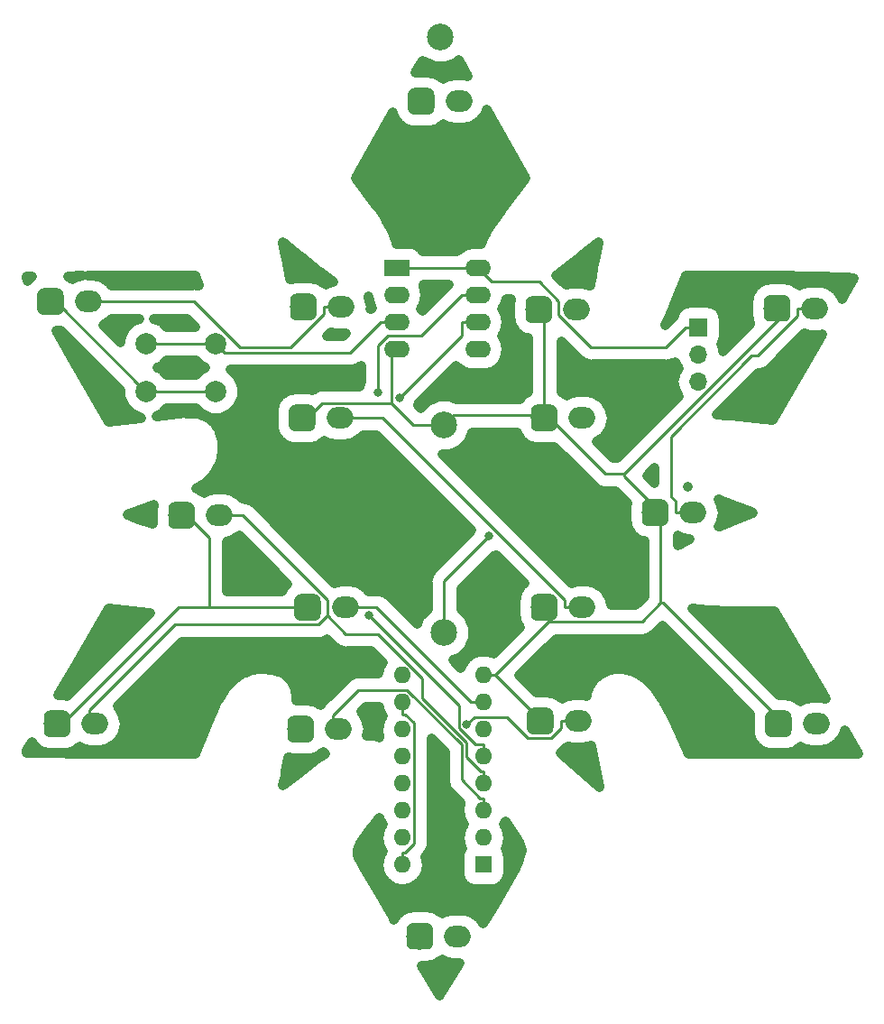
<source format=gbr>
G04 #@! TF.GenerationSoftware,KiCad,Pcbnew,(5.0.0)*
G04 #@! TF.CreationDate,2018-11-01T22:36:59-04:00*
G04 #@! TF.ProjectId,Snowflake,536E6F77666C616B652E6B696361645F,rev?*
G04 #@! TF.SameCoordinates,Original*
G04 #@! TF.FileFunction,Copper,L2,Bot,Signal*
G04 #@! TF.FilePolarity,Positive*
%FSLAX46Y46*%
G04 Gerber Fmt 4.6, Leading zero omitted, Abs format (unit mm)*
G04 Created by KiCad (PCBNEW (5.0.0)) date 11/01/18 22:36:59*
%MOMM*%
%LPD*%
G01*
G04 APERTURE LIST*
G04 #@! TA.AperFunction,ComponentPad*
%ADD10C,2.000000*%
G04 #@! TD*
G04 #@! TA.AperFunction,ComponentPad*
%ADD11O,2.500000X2.000000*%
G04 #@! TD*
G04 #@! TA.AperFunction,Conductor*
%ADD12C,0.100000*%
G04 #@! TD*
G04 #@! TA.AperFunction,ComponentPad*
%ADD13C,2.500000*%
G04 #@! TD*
G04 #@! TA.AperFunction,ComponentPad*
%ADD14O,2.400000X1.600000*%
G04 #@! TD*
G04 #@! TA.AperFunction,ComponentPad*
%ADD15R,2.400000X1.600000*%
G04 #@! TD*
G04 #@! TA.AperFunction,ComponentPad*
%ADD16O,1.700000X1.700000*%
G04 #@! TD*
G04 #@! TA.AperFunction,ComponentPad*
%ADD17R,1.700000X1.700000*%
G04 #@! TD*
G04 #@! TA.AperFunction,ComponentPad*
%ADD18R,1.600000X1.600000*%
G04 #@! TD*
G04 #@! TA.AperFunction,ComponentPad*
%ADD19O,1.600000X1.600000*%
G04 #@! TD*
G04 #@! TA.AperFunction,ViaPad*
%ADD20C,0.800000*%
G04 #@! TD*
G04 #@! TA.AperFunction,Conductor*
%ADD21C,0.250000*%
G04 #@! TD*
G04 #@! TA.AperFunction,NonConductor*
%ADD22C,0.900000*%
G04 #@! TD*
G04 APERTURE END LIST*
D10*
G04 #@! TO.P,Button1,1*
G04 #@! TO.N,BTN*
X105814000Y-81915000D03*
G04 #@! TO.P,Button1,2*
G04 #@! TO.N,GND*
X105814000Y-86415000D03*
G04 #@! TO.P,Button1,1*
G04 #@! TO.N,BTN*
X99314000Y-81915000D03*
G04 #@! TO.P,Button1,2*
G04 #@! TO.N,GND*
X99314000Y-86415000D03*
G04 #@! TD*
D11*
G04 #@! TO.P,D1,2*
G04 #@! TO.N,Net-(D1-Pad2)*
X128643000Y-59182000D03*
D12*
G04 #@! TD*
G04 #@! TO.N,GND*
G04 #@! TO.C,D1*
G36*
X125789261Y-57935010D02*
X125849931Y-57944009D01*
X125909428Y-57958912D01*
X125967177Y-57979575D01*
X126022623Y-58005799D01*
X126075231Y-58037331D01*
X126124496Y-58073868D01*
X126169942Y-58115058D01*
X126211132Y-58160504D01*
X126247669Y-58209769D01*
X126279201Y-58262377D01*
X126305425Y-58317823D01*
X126326088Y-58375572D01*
X126340991Y-58435069D01*
X126349990Y-58495739D01*
X126353000Y-58557000D01*
X126353000Y-59807000D01*
X126349990Y-59868261D01*
X126340991Y-59928931D01*
X126326088Y-59988428D01*
X126305425Y-60046177D01*
X126279201Y-60101623D01*
X126247669Y-60154231D01*
X126211132Y-60203496D01*
X126169942Y-60248942D01*
X126124496Y-60290132D01*
X126075231Y-60326669D01*
X126022623Y-60358201D01*
X125967177Y-60384425D01*
X125909428Y-60405088D01*
X125849931Y-60419991D01*
X125789261Y-60428990D01*
X125728000Y-60432000D01*
X124478000Y-60432000D01*
X124416739Y-60428990D01*
X124356069Y-60419991D01*
X124296572Y-60405088D01*
X124238823Y-60384425D01*
X124183377Y-60358201D01*
X124130769Y-60326669D01*
X124081504Y-60290132D01*
X124036058Y-60248942D01*
X123994868Y-60203496D01*
X123958331Y-60154231D01*
X123926799Y-60101623D01*
X123900575Y-60046177D01*
X123879912Y-59988428D01*
X123865009Y-59928931D01*
X123856010Y-59868261D01*
X123853000Y-59807000D01*
X123853000Y-58557000D01*
X123856010Y-58495739D01*
X123865009Y-58435069D01*
X123879912Y-58375572D01*
X123900575Y-58317823D01*
X123926799Y-58262377D01*
X123958331Y-58209769D01*
X123994868Y-58160504D01*
X124036058Y-58115058D01*
X124081504Y-58073868D01*
X124130769Y-58037331D01*
X124183377Y-58005799D01*
X124238823Y-57979575D01*
X124296572Y-57958912D01*
X124356069Y-57944009D01*
X124416739Y-57935010D01*
X124478000Y-57932000D01*
X125728000Y-57932000D01*
X125789261Y-57935010D01*
X125789261Y-57935010D01*
G37*
D13*
G04 #@! TO.P,D1,1*
G04 #@! TO.N,GND*
X125103000Y-59182000D03*
G04 #@! TD*
D12*
G04 #@! TO.N,GND*
G04 #@! TO.C,D2*
G36*
X136838261Y-77493010D02*
X136898931Y-77502009D01*
X136958428Y-77516912D01*
X137016177Y-77537575D01*
X137071623Y-77563799D01*
X137124231Y-77595331D01*
X137173496Y-77631868D01*
X137218942Y-77673058D01*
X137260132Y-77718504D01*
X137296669Y-77767769D01*
X137328201Y-77820377D01*
X137354425Y-77875823D01*
X137375088Y-77933572D01*
X137389991Y-77993069D01*
X137398990Y-78053739D01*
X137402000Y-78115000D01*
X137402000Y-79365000D01*
X137398990Y-79426261D01*
X137389991Y-79486931D01*
X137375088Y-79546428D01*
X137354425Y-79604177D01*
X137328201Y-79659623D01*
X137296669Y-79712231D01*
X137260132Y-79761496D01*
X137218942Y-79806942D01*
X137173496Y-79848132D01*
X137124231Y-79884669D01*
X137071623Y-79916201D01*
X137016177Y-79942425D01*
X136958428Y-79963088D01*
X136898931Y-79977991D01*
X136838261Y-79986990D01*
X136777000Y-79990000D01*
X135527000Y-79990000D01*
X135465739Y-79986990D01*
X135405069Y-79977991D01*
X135345572Y-79963088D01*
X135287823Y-79942425D01*
X135232377Y-79916201D01*
X135179769Y-79884669D01*
X135130504Y-79848132D01*
X135085058Y-79806942D01*
X135043868Y-79761496D01*
X135007331Y-79712231D01*
X134975799Y-79659623D01*
X134949575Y-79604177D01*
X134928912Y-79546428D01*
X134914009Y-79486931D01*
X134905010Y-79426261D01*
X134902000Y-79365000D01*
X134902000Y-78115000D01*
X134905010Y-78053739D01*
X134914009Y-77993069D01*
X134928912Y-77933572D01*
X134949575Y-77875823D01*
X134975799Y-77820377D01*
X135007331Y-77767769D01*
X135043868Y-77718504D01*
X135085058Y-77673058D01*
X135130504Y-77631868D01*
X135179769Y-77595331D01*
X135232377Y-77563799D01*
X135287823Y-77537575D01*
X135345572Y-77516912D01*
X135405069Y-77502009D01*
X135465739Y-77493010D01*
X135527000Y-77490000D01*
X136777000Y-77490000D01*
X136838261Y-77493010D01*
X136838261Y-77493010D01*
G37*
D13*
G04 #@! TD*
G04 #@! TO.P,D2,1*
G04 #@! TO.N,GND*
X136152000Y-78740000D03*
D11*
G04 #@! TO.P,D2,2*
G04 #@! TO.N,Net-(D1-Pad2)*
X139692000Y-78740000D03*
G04 #@! TD*
G04 #@! TO.P,D3,2*
G04 #@! TO.N,Net-(D3-Pad2)*
X162044000Y-78613000D03*
D12*
G04 #@! TD*
G04 #@! TO.N,GND*
G04 #@! TO.C,D3*
G36*
X159190261Y-77366010D02*
X159250931Y-77375009D01*
X159310428Y-77389912D01*
X159368177Y-77410575D01*
X159423623Y-77436799D01*
X159476231Y-77468331D01*
X159525496Y-77504868D01*
X159570942Y-77546058D01*
X159612132Y-77591504D01*
X159648669Y-77640769D01*
X159680201Y-77693377D01*
X159706425Y-77748823D01*
X159727088Y-77806572D01*
X159741991Y-77866069D01*
X159750990Y-77926739D01*
X159754000Y-77988000D01*
X159754000Y-79238000D01*
X159750990Y-79299261D01*
X159741991Y-79359931D01*
X159727088Y-79419428D01*
X159706425Y-79477177D01*
X159680201Y-79532623D01*
X159648669Y-79585231D01*
X159612132Y-79634496D01*
X159570942Y-79679942D01*
X159525496Y-79721132D01*
X159476231Y-79757669D01*
X159423623Y-79789201D01*
X159368177Y-79815425D01*
X159310428Y-79836088D01*
X159250931Y-79850991D01*
X159190261Y-79859990D01*
X159129000Y-79863000D01*
X157879000Y-79863000D01*
X157817739Y-79859990D01*
X157757069Y-79850991D01*
X157697572Y-79836088D01*
X157639823Y-79815425D01*
X157584377Y-79789201D01*
X157531769Y-79757669D01*
X157482504Y-79721132D01*
X157437058Y-79679942D01*
X157395868Y-79634496D01*
X157359331Y-79585231D01*
X157327799Y-79532623D01*
X157301575Y-79477177D01*
X157280912Y-79419428D01*
X157266009Y-79359931D01*
X157257010Y-79299261D01*
X157254000Y-79238000D01*
X157254000Y-77988000D01*
X157257010Y-77926739D01*
X157266009Y-77866069D01*
X157280912Y-77806572D01*
X157301575Y-77748823D01*
X157327799Y-77693377D01*
X157359331Y-77640769D01*
X157395868Y-77591504D01*
X157437058Y-77546058D01*
X157482504Y-77504868D01*
X157531769Y-77468331D01*
X157584377Y-77436799D01*
X157639823Y-77410575D01*
X157697572Y-77389912D01*
X157757069Y-77375009D01*
X157817739Y-77366010D01*
X157879000Y-77363000D01*
X159129000Y-77363000D01*
X159190261Y-77366010D01*
X159190261Y-77366010D01*
G37*
D13*
G04 #@! TO.P,D3,1*
G04 #@! TO.N,GND*
X158504000Y-78613000D03*
G04 #@! TD*
D12*
G04 #@! TO.N,GND*
G04 #@! TO.C,D4*
G36*
X147760261Y-96543010D02*
X147820931Y-96552009D01*
X147880428Y-96566912D01*
X147938177Y-96587575D01*
X147993623Y-96613799D01*
X148046231Y-96645331D01*
X148095496Y-96681868D01*
X148140942Y-96723058D01*
X148182132Y-96768504D01*
X148218669Y-96817769D01*
X148250201Y-96870377D01*
X148276425Y-96925823D01*
X148297088Y-96983572D01*
X148311991Y-97043069D01*
X148320990Y-97103739D01*
X148324000Y-97165000D01*
X148324000Y-98415000D01*
X148320990Y-98476261D01*
X148311991Y-98536931D01*
X148297088Y-98596428D01*
X148276425Y-98654177D01*
X148250201Y-98709623D01*
X148218669Y-98762231D01*
X148182132Y-98811496D01*
X148140942Y-98856942D01*
X148095496Y-98898132D01*
X148046231Y-98934669D01*
X147993623Y-98966201D01*
X147938177Y-98992425D01*
X147880428Y-99013088D01*
X147820931Y-99027991D01*
X147760261Y-99036990D01*
X147699000Y-99040000D01*
X146449000Y-99040000D01*
X146387739Y-99036990D01*
X146327069Y-99027991D01*
X146267572Y-99013088D01*
X146209823Y-98992425D01*
X146154377Y-98966201D01*
X146101769Y-98934669D01*
X146052504Y-98898132D01*
X146007058Y-98856942D01*
X145965868Y-98811496D01*
X145929331Y-98762231D01*
X145897799Y-98709623D01*
X145871575Y-98654177D01*
X145850912Y-98596428D01*
X145836009Y-98536931D01*
X145827010Y-98476261D01*
X145824000Y-98415000D01*
X145824000Y-97165000D01*
X145827010Y-97103739D01*
X145836009Y-97043069D01*
X145850912Y-96983572D01*
X145871575Y-96925823D01*
X145897799Y-96870377D01*
X145929331Y-96817769D01*
X145965868Y-96768504D01*
X146007058Y-96723058D01*
X146052504Y-96681868D01*
X146101769Y-96645331D01*
X146154377Y-96613799D01*
X146209823Y-96587575D01*
X146267572Y-96566912D01*
X146327069Y-96552009D01*
X146387739Y-96543010D01*
X146449000Y-96540000D01*
X147699000Y-96540000D01*
X147760261Y-96543010D01*
X147760261Y-96543010D01*
G37*
D13*
G04 #@! TD*
G04 #@! TO.P,D4,1*
G04 #@! TO.N,GND*
X147074000Y-97790000D03*
D11*
G04 #@! TO.P,D4,2*
G04 #@! TO.N,Net-(D3-Pad2)*
X150614000Y-97790000D03*
G04 #@! TD*
G04 #@! TO.P,D5,2*
G04 #@! TO.N,Net-(D5-Pad2)*
X162171000Y-117602000D03*
D12*
G04 #@! TD*
G04 #@! TO.N,GND*
G04 #@! TO.C,D5*
G36*
X159317261Y-116355010D02*
X159377931Y-116364009D01*
X159437428Y-116378912D01*
X159495177Y-116399575D01*
X159550623Y-116425799D01*
X159603231Y-116457331D01*
X159652496Y-116493868D01*
X159697942Y-116535058D01*
X159739132Y-116580504D01*
X159775669Y-116629769D01*
X159807201Y-116682377D01*
X159833425Y-116737823D01*
X159854088Y-116795572D01*
X159868991Y-116855069D01*
X159877990Y-116915739D01*
X159881000Y-116977000D01*
X159881000Y-118227000D01*
X159877990Y-118288261D01*
X159868991Y-118348931D01*
X159854088Y-118408428D01*
X159833425Y-118466177D01*
X159807201Y-118521623D01*
X159775669Y-118574231D01*
X159739132Y-118623496D01*
X159697942Y-118668942D01*
X159652496Y-118710132D01*
X159603231Y-118746669D01*
X159550623Y-118778201D01*
X159495177Y-118804425D01*
X159437428Y-118825088D01*
X159377931Y-118839991D01*
X159317261Y-118848990D01*
X159256000Y-118852000D01*
X158006000Y-118852000D01*
X157944739Y-118848990D01*
X157884069Y-118839991D01*
X157824572Y-118825088D01*
X157766823Y-118804425D01*
X157711377Y-118778201D01*
X157658769Y-118746669D01*
X157609504Y-118710132D01*
X157564058Y-118668942D01*
X157522868Y-118623496D01*
X157486331Y-118574231D01*
X157454799Y-118521623D01*
X157428575Y-118466177D01*
X157407912Y-118408428D01*
X157393009Y-118348931D01*
X157384010Y-118288261D01*
X157381000Y-118227000D01*
X157381000Y-116977000D01*
X157384010Y-116915739D01*
X157393009Y-116855069D01*
X157407912Y-116795572D01*
X157428575Y-116737823D01*
X157454799Y-116682377D01*
X157486331Y-116629769D01*
X157522868Y-116580504D01*
X157564058Y-116535058D01*
X157609504Y-116493868D01*
X157658769Y-116457331D01*
X157711377Y-116425799D01*
X157766823Y-116399575D01*
X157824572Y-116378912D01*
X157884069Y-116364009D01*
X157944739Y-116355010D01*
X158006000Y-116352000D01*
X159256000Y-116352000D01*
X159317261Y-116355010D01*
X159317261Y-116355010D01*
G37*
D13*
G04 #@! TO.P,D5,1*
G04 #@! TO.N,GND*
X158631000Y-117602000D03*
G04 #@! TD*
D12*
G04 #@! TO.N,GND*
G04 #@! TO.C,D6*
G36*
X136965261Y-116101010D02*
X137025931Y-116110009D01*
X137085428Y-116124912D01*
X137143177Y-116145575D01*
X137198623Y-116171799D01*
X137251231Y-116203331D01*
X137300496Y-116239868D01*
X137345942Y-116281058D01*
X137387132Y-116326504D01*
X137423669Y-116375769D01*
X137455201Y-116428377D01*
X137481425Y-116483823D01*
X137502088Y-116541572D01*
X137516991Y-116601069D01*
X137525990Y-116661739D01*
X137529000Y-116723000D01*
X137529000Y-117973000D01*
X137525990Y-118034261D01*
X137516991Y-118094931D01*
X137502088Y-118154428D01*
X137481425Y-118212177D01*
X137455201Y-118267623D01*
X137423669Y-118320231D01*
X137387132Y-118369496D01*
X137345942Y-118414942D01*
X137300496Y-118456132D01*
X137251231Y-118492669D01*
X137198623Y-118524201D01*
X137143177Y-118550425D01*
X137085428Y-118571088D01*
X137025931Y-118585991D01*
X136965261Y-118594990D01*
X136904000Y-118598000D01*
X135654000Y-118598000D01*
X135592739Y-118594990D01*
X135532069Y-118585991D01*
X135472572Y-118571088D01*
X135414823Y-118550425D01*
X135359377Y-118524201D01*
X135306769Y-118492669D01*
X135257504Y-118456132D01*
X135212058Y-118414942D01*
X135170868Y-118369496D01*
X135134331Y-118320231D01*
X135102799Y-118267623D01*
X135076575Y-118212177D01*
X135055912Y-118154428D01*
X135041009Y-118094931D01*
X135032010Y-118034261D01*
X135029000Y-117973000D01*
X135029000Y-116723000D01*
X135032010Y-116661739D01*
X135041009Y-116601069D01*
X135055912Y-116541572D01*
X135076575Y-116483823D01*
X135102799Y-116428377D01*
X135134331Y-116375769D01*
X135170868Y-116326504D01*
X135212058Y-116281058D01*
X135257504Y-116239868D01*
X135306769Y-116203331D01*
X135359377Y-116171799D01*
X135414823Y-116145575D01*
X135472572Y-116124912D01*
X135532069Y-116110009D01*
X135592739Y-116101010D01*
X135654000Y-116098000D01*
X136904000Y-116098000D01*
X136965261Y-116101010D01*
X136965261Y-116101010D01*
G37*
D13*
G04 #@! TD*
G04 #@! TO.P,D6,1*
G04 #@! TO.N,GND*
X136279000Y-117348000D03*
D11*
G04 #@! TO.P,D6,2*
G04 #@! TO.N,Net-(D5-Pad2)*
X139819000Y-117348000D03*
G04 #@! TD*
D12*
G04 #@! TO.N,GND*
G04 #@! TO.C,D7*
G36*
X125662261Y-136294010D02*
X125722931Y-136303009D01*
X125782428Y-136317912D01*
X125840177Y-136338575D01*
X125895623Y-136364799D01*
X125948231Y-136396331D01*
X125997496Y-136432868D01*
X126042942Y-136474058D01*
X126084132Y-136519504D01*
X126120669Y-136568769D01*
X126152201Y-136621377D01*
X126178425Y-136676823D01*
X126199088Y-136734572D01*
X126213991Y-136794069D01*
X126222990Y-136854739D01*
X126226000Y-136916000D01*
X126226000Y-138166000D01*
X126222990Y-138227261D01*
X126213991Y-138287931D01*
X126199088Y-138347428D01*
X126178425Y-138405177D01*
X126152201Y-138460623D01*
X126120669Y-138513231D01*
X126084132Y-138562496D01*
X126042942Y-138607942D01*
X125997496Y-138649132D01*
X125948231Y-138685669D01*
X125895623Y-138717201D01*
X125840177Y-138743425D01*
X125782428Y-138764088D01*
X125722931Y-138778991D01*
X125662261Y-138787990D01*
X125601000Y-138791000D01*
X124351000Y-138791000D01*
X124289739Y-138787990D01*
X124229069Y-138778991D01*
X124169572Y-138764088D01*
X124111823Y-138743425D01*
X124056377Y-138717201D01*
X124003769Y-138685669D01*
X123954504Y-138649132D01*
X123909058Y-138607942D01*
X123867868Y-138562496D01*
X123831331Y-138513231D01*
X123799799Y-138460623D01*
X123773575Y-138405177D01*
X123752912Y-138347428D01*
X123738009Y-138287931D01*
X123729010Y-138227261D01*
X123726000Y-138166000D01*
X123726000Y-136916000D01*
X123729010Y-136854739D01*
X123738009Y-136794069D01*
X123752912Y-136734572D01*
X123773575Y-136676823D01*
X123799799Y-136621377D01*
X123831331Y-136568769D01*
X123867868Y-136519504D01*
X123909058Y-136474058D01*
X123954504Y-136432868D01*
X124003769Y-136396331D01*
X124056377Y-136364799D01*
X124111823Y-136338575D01*
X124169572Y-136317912D01*
X124229069Y-136303009D01*
X124289739Y-136294010D01*
X124351000Y-136291000D01*
X125601000Y-136291000D01*
X125662261Y-136294010D01*
X125662261Y-136294010D01*
G37*
D13*
G04 #@! TD*
G04 #@! TO.P,D7,1*
G04 #@! TO.N,GND*
X124976000Y-137541000D03*
D11*
G04 #@! TO.P,D7,2*
G04 #@! TO.N,Net-(D7-Pad2)*
X128516000Y-137541000D03*
G04 #@! TD*
G04 #@! TO.P,D8,2*
G04 #@! TO.N,Net-(D7-Pad2)*
X117340000Y-118110000D03*
D12*
G04 #@! TD*
G04 #@! TO.N,GND*
G04 #@! TO.C,D8*
G36*
X114486261Y-116863010D02*
X114546931Y-116872009D01*
X114606428Y-116886912D01*
X114664177Y-116907575D01*
X114719623Y-116933799D01*
X114772231Y-116965331D01*
X114821496Y-117001868D01*
X114866942Y-117043058D01*
X114908132Y-117088504D01*
X114944669Y-117137769D01*
X114976201Y-117190377D01*
X115002425Y-117245823D01*
X115023088Y-117303572D01*
X115037991Y-117363069D01*
X115046990Y-117423739D01*
X115050000Y-117485000D01*
X115050000Y-118735000D01*
X115046990Y-118796261D01*
X115037991Y-118856931D01*
X115023088Y-118916428D01*
X115002425Y-118974177D01*
X114976201Y-119029623D01*
X114944669Y-119082231D01*
X114908132Y-119131496D01*
X114866942Y-119176942D01*
X114821496Y-119218132D01*
X114772231Y-119254669D01*
X114719623Y-119286201D01*
X114664177Y-119312425D01*
X114606428Y-119333088D01*
X114546931Y-119347991D01*
X114486261Y-119356990D01*
X114425000Y-119360000D01*
X113175000Y-119360000D01*
X113113739Y-119356990D01*
X113053069Y-119347991D01*
X112993572Y-119333088D01*
X112935823Y-119312425D01*
X112880377Y-119286201D01*
X112827769Y-119254669D01*
X112778504Y-119218132D01*
X112733058Y-119176942D01*
X112691868Y-119131496D01*
X112655331Y-119082231D01*
X112623799Y-119029623D01*
X112597575Y-118974177D01*
X112576912Y-118916428D01*
X112562009Y-118856931D01*
X112553010Y-118796261D01*
X112550000Y-118735000D01*
X112550000Y-117485000D01*
X112553010Y-117423739D01*
X112562009Y-117363069D01*
X112576912Y-117303572D01*
X112597575Y-117245823D01*
X112623799Y-117190377D01*
X112655331Y-117137769D01*
X112691868Y-117088504D01*
X112733058Y-117043058D01*
X112778504Y-117001868D01*
X112827769Y-116965331D01*
X112880377Y-116933799D01*
X112935823Y-116907575D01*
X112993572Y-116886912D01*
X113053069Y-116872009D01*
X113113739Y-116863010D01*
X113175000Y-116860000D01*
X114425000Y-116860000D01*
X114486261Y-116863010D01*
X114486261Y-116863010D01*
G37*
D13*
G04 #@! TO.P,D8,1*
G04 #@! TO.N,GND*
X113800000Y-118110000D03*
G04 #@! TD*
D12*
G04 #@! TO.N,GND*
G04 #@! TO.C,D9*
G36*
X91626261Y-116355010D02*
X91686931Y-116364009D01*
X91746428Y-116378912D01*
X91804177Y-116399575D01*
X91859623Y-116425799D01*
X91912231Y-116457331D01*
X91961496Y-116493868D01*
X92006942Y-116535058D01*
X92048132Y-116580504D01*
X92084669Y-116629769D01*
X92116201Y-116682377D01*
X92142425Y-116737823D01*
X92163088Y-116795572D01*
X92177991Y-116855069D01*
X92186990Y-116915739D01*
X92190000Y-116977000D01*
X92190000Y-118227000D01*
X92186990Y-118288261D01*
X92177991Y-118348931D01*
X92163088Y-118408428D01*
X92142425Y-118466177D01*
X92116201Y-118521623D01*
X92084669Y-118574231D01*
X92048132Y-118623496D01*
X92006942Y-118668942D01*
X91961496Y-118710132D01*
X91912231Y-118746669D01*
X91859623Y-118778201D01*
X91804177Y-118804425D01*
X91746428Y-118825088D01*
X91686931Y-118839991D01*
X91626261Y-118848990D01*
X91565000Y-118852000D01*
X90315000Y-118852000D01*
X90253739Y-118848990D01*
X90193069Y-118839991D01*
X90133572Y-118825088D01*
X90075823Y-118804425D01*
X90020377Y-118778201D01*
X89967769Y-118746669D01*
X89918504Y-118710132D01*
X89873058Y-118668942D01*
X89831868Y-118623496D01*
X89795331Y-118574231D01*
X89763799Y-118521623D01*
X89737575Y-118466177D01*
X89716912Y-118408428D01*
X89702009Y-118348931D01*
X89693010Y-118288261D01*
X89690000Y-118227000D01*
X89690000Y-116977000D01*
X89693010Y-116915739D01*
X89702009Y-116855069D01*
X89716912Y-116795572D01*
X89737575Y-116737823D01*
X89763799Y-116682377D01*
X89795331Y-116629769D01*
X89831868Y-116580504D01*
X89873058Y-116535058D01*
X89918504Y-116493868D01*
X89967769Y-116457331D01*
X90020377Y-116425799D01*
X90075823Y-116399575D01*
X90133572Y-116378912D01*
X90193069Y-116364009D01*
X90253739Y-116355010D01*
X90315000Y-116352000D01*
X91565000Y-116352000D01*
X91626261Y-116355010D01*
X91626261Y-116355010D01*
G37*
D13*
G04 #@! TD*
G04 #@! TO.P,D9,1*
G04 #@! TO.N,GND*
X90940000Y-117602000D03*
D11*
G04 #@! TO.P,D9,2*
G04 #@! TO.N,Net-(D10-Pad2)*
X94480000Y-117602000D03*
G04 #@! TD*
G04 #@! TO.P,D10,2*
G04 #@! TO.N,Net-(D10-Pad2)*
X106164000Y-98044000D03*
D12*
G04 #@! TD*
G04 #@! TO.N,GND*
G04 #@! TO.C,D10*
G36*
X103310261Y-96797010D02*
X103370931Y-96806009D01*
X103430428Y-96820912D01*
X103488177Y-96841575D01*
X103543623Y-96867799D01*
X103596231Y-96899331D01*
X103645496Y-96935868D01*
X103690942Y-96977058D01*
X103732132Y-97022504D01*
X103768669Y-97071769D01*
X103800201Y-97124377D01*
X103826425Y-97179823D01*
X103847088Y-97237572D01*
X103861991Y-97297069D01*
X103870990Y-97357739D01*
X103874000Y-97419000D01*
X103874000Y-98669000D01*
X103870990Y-98730261D01*
X103861991Y-98790931D01*
X103847088Y-98850428D01*
X103826425Y-98908177D01*
X103800201Y-98963623D01*
X103768669Y-99016231D01*
X103732132Y-99065496D01*
X103690942Y-99110942D01*
X103645496Y-99152132D01*
X103596231Y-99188669D01*
X103543623Y-99220201D01*
X103488177Y-99246425D01*
X103430428Y-99267088D01*
X103370931Y-99281991D01*
X103310261Y-99290990D01*
X103249000Y-99294000D01*
X101999000Y-99294000D01*
X101937739Y-99290990D01*
X101877069Y-99281991D01*
X101817572Y-99267088D01*
X101759823Y-99246425D01*
X101704377Y-99220201D01*
X101651769Y-99188669D01*
X101602504Y-99152132D01*
X101557058Y-99110942D01*
X101515868Y-99065496D01*
X101479331Y-99016231D01*
X101447799Y-98963623D01*
X101421575Y-98908177D01*
X101400912Y-98850428D01*
X101386009Y-98790931D01*
X101377010Y-98730261D01*
X101374000Y-98669000D01*
X101374000Y-97419000D01*
X101377010Y-97357739D01*
X101386009Y-97297069D01*
X101400912Y-97237572D01*
X101421575Y-97179823D01*
X101447799Y-97124377D01*
X101479331Y-97071769D01*
X101515868Y-97022504D01*
X101557058Y-96977058D01*
X101602504Y-96935868D01*
X101651769Y-96899331D01*
X101704377Y-96867799D01*
X101759823Y-96841575D01*
X101817572Y-96820912D01*
X101877069Y-96806009D01*
X101937739Y-96797010D01*
X101999000Y-96794000D01*
X103249000Y-96794000D01*
X103310261Y-96797010D01*
X103310261Y-96797010D01*
G37*
D13*
G04 #@! TO.P,D10,1*
G04 #@! TO.N,GND*
X102624000Y-98044000D03*
G04 #@! TD*
D12*
G04 #@! TO.N,GND*
G04 #@! TO.C,D11*
G36*
X90991261Y-76731010D02*
X91051931Y-76740009D01*
X91111428Y-76754912D01*
X91169177Y-76775575D01*
X91224623Y-76801799D01*
X91277231Y-76833331D01*
X91326496Y-76869868D01*
X91371942Y-76911058D01*
X91413132Y-76956504D01*
X91449669Y-77005769D01*
X91481201Y-77058377D01*
X91507425Y-77113823D01*
X91528088Y-77171572D01*
X91542991Y-77231069D01*
X91551990Y-77291739D01*
X91555000Y-77353000D01*
X91555000Y-78603000D01*
X91551990Y-78664261D01*
X91542991Y-78724931D01*
X91528088Y-78784428D01*
X91507425Y-78842177D01*
X91481201Y-78897623D01*
X91449669Y-78950231D01*
X91413132Y-78999496D01*
X91371942Y-79044942D01*
X91326496Y-79086132D01*
X91277231Y-79122669D01*
X91224623Y-79154201D01*
X91169177Y-79180425D01*
X91111428Y-79201088D01*
X91051931Y-79215991D01*
X90991261Y-79224990D01*
X90930000Y-79228000D01*
X89680000Y-79228000D01*
X89618739Y-79224990D01*
X89558069Y-79215991D01*
X89498572Y-79201088D01*
X89440823Y-79180425D01*
X89385377Y-79154201D01*
X89332769Y-79122669D01*
X89283504Y-79086132D01*
X89238058Y-79044942D01*
X89196868Y-78999496D01*
X89160331Y-78950231D01*
X89128799Y-78897623D01*
X89102575Y-78842177D01*
X89081912Y-78784428D01*
X89067009Y-78724931D01*
X89058010Y-78664261D01*
X89055000Y-78603000D01*
X89055000Y-77353000D01*
X89058010Y-77291739D01*
X89067009Y-77231069D01*
X89081912Y-77171572D01*
X89102575Y-77113823D01*
X89128799Y-77058377D01*
X89160331Y-77005769D01*
X89196868Y-76956504D01*
X89238058Y-76911058D01*
X89283504Y-76869868D01*
X89332769Y-76833331D01*
X89385377Y-76801799D01*
X89440823Y-76775575D01*
X89498572Y-76754912D01*
X89558069Y-76740009D01*
X89618739Y-76731010D01*
X89680000Y-76728000D01*
X90930000Y-76728000D01*
X90991261Y-76731010D01*
X90991261Y-76731010D01*
G37*
D13*
G04 #@! TD*
G04 #@! TO.P,D11,1*
G04 #@! TO.N,GND*
X90305000Y-77978000D03*
D11*
G04 #@! TO.P,D11,2*
G04 #@! TO.N,Net-(D11-Pad2)*
X93845000Y-77978000D03*
G04 #@! TD*
G04 #@! TO.P,D12,2*
G04 #@! TO.N,Net-(D11-Pad2)*
X117594000Y-78486000D03*
D12*
G04 #@! TD*
G04 #@! TO.N,GND*
G04 #@! TO.C,D12*
G36*
X114740261Y-77239010D02*
X114800931Y-77248009D01*
X114860428Y-77262912D01*
X114918177Y-77283575D01*
X114973623Y-77309799D01*
X115026231Y-77341331D01*
X115075496Y-77377868D01*
X115120942Y-77419058D01*
X115162132Y-77464504D01*
X115198669Y-77513769D01*
X115230201Y-77566377D01*
X115256425Y-77621823D01*
X115277088Y-77679572D01*
X115291991Y-77739069D01*
X115300990Y-77799739D01*
X115304000Y-77861000D01*
X115304000Y-79111000D01*
X115300990Y-79172261D01*
X115291991Y-79232931D01*
X115277088Y-79292428D01*
X115256425Y-79350177D01*
X115230201Y-79405623D01*
X115198669Y-79458231D01*
X115162132Y-79507496D01*
X115120942Y-79552942D01*
X115075496Y-79594132D01*
X115026231Y-79630669D01*
X114973623Y-79662201D01*
X114918177Y-79688425D01*
X114860428Y-79709088D01*
X114800931Y-79723991D01*
X114740261Y-79732990D01*
X114679000Y-79736000D01*
X113429000Y-79736000D01*
X113367739Y-79732990D01*
X113307069Y-79723991D01*
X113247572Y-79709088D01*
X113189823Y-79688425D01*
X113134377Y-79662201D01*
X113081769Y-79630669D01*
X113032504Y-79594132D01*
X112987058Y-79552942D01*
X112945868Y-79507496D01*
X112909331Y-79458231D01*
X112877799Y-79405623D01*
X112851575Y-79350177D01*
X112830912Y-79292428D01*
X112816009Y-79232931D01*
X112807010Y-79172261D01*
X112804000Y-79111000D01*
X112804000Y-77861000D01*
X112807010Y-77799739D01*
X112816009Y-77739069D01*
X112830912Y-77679572D01*
X112851575Y-77621823D01*
X112877799Y-77566377D01*
X112909331Y-77513769D01*
X112945868Y-77464504D01*
X112987058Y-77419058D01*
X113032504Y-77377868D01*
X113081769Y-77341331D01*
X113134377Y-77309799D01*
X113189823Y-77283575D01*
X113247572Y-77262912D01*
X113307069Y-77248009D01*
X113367739Y-77239010D01*
X113429000Y-77236000D01*
X114679000Y-77236000D01*
X114740261Y-77239010D01*
X114740261Y-77239010D01*
G37*
D13*
G04 #@! TO.P,D12,1*
G04 #@! TO.N,GND*
X114054000Y-78486000D03*
G04 #@! TD*
D12*
G04 #@! TO.N,GND*
G04 #@! TO.C,D13*
G36*
X114613261Y-87653010D02*
X114673931Y-87662009D01*
X114733428Y-87676912D01*
X114791177Y-87697575D01*
X114846623Y-87723799D01*
X114899231Y-87755331D01*
X114948496Y-87791868D01*
X114993942Y-87833058D01*
X115035132Y-87878504D01*
X115071669Y-87927769D01*
X115103201Y-87980377D01*
X115129425Y-88035823D01*
X115150088Y-88093572D01*
X115164991Y-88153069D01*
X115173990Y-88213739D01*
X115177000Y-88275000D01*
X115177000Y-89525000D01*
X115173990Y-89586261D01*
X115164991Y-89646931D01*
X115150088Y-89706428D01*
X115129425Y-89764177D01*
X115103201Y-89819623D01*
X115071669Y-89872231D01*
X115035132Y-89921496D01*
X114993942Y-89966942D01*
X114948496Y-90008132D01*
X114899231Y-90044669D01*
X114846623Y-90076201D01*
X114791177Y-90102425D01*
X114733428Y-90123088D01*
X114673931Y-90137991D01*
X114613261Y-90146990D01*
X114552000Y-90150000D01*
X113302000Y-90150000D01*
X113240739Y-90146990D01*
X113180069Y-90137991D01*
X113120572Y-90123088D01*
X113062823Y-90102425D01*
X113007377Y-90076201D01*
X112954769Y-90044669D01*
X112905504Y-90008132D01*
X112860058Y-89966942D01*
X112818868Y-89921496D01*
X112782331Y-89872231D01*
X112750799Y-89819623D01*
X112724575Y-89764177D01*
X112703912Y-89706428D01*
X112689009Y-89646931D01*
X112680010Y-89586261D01*
X112677000Y-89525000D01*
X112677000Y-88275000D01*
X112680010Y-88213739D01*
X112689009Y-88153069D01*
X112703912Y-88093572D01*
X112724575Y-88035823D01*
X112750799Y-87980377D01*
X112782331Y-87927769D01*
X112818868Y-87878504D01*
X112860058Y-87833058D01*
X112905504Y-87791868D01*
X112954769Y-87755331D01*
X113007377Y-87723799D01*
X113062823Y-87697575D01*
X113120572Y-87676912D01*
X113180069Y-87662009D01*
X113240739Y-87653010D01*
X113302000Y-87650000D01*
X114552000Y-87650000D01*
X114613261Y-87653010D01*
X114613261Y-87653010D01*
G37*
D13*
G04 #@! TD*
G04 #@! TO.P,D13,1*
G04 #@! TO.N,GND*
X113927000Y-88900000D03*
D11*
G04 #@! TO.P,D13,2*
G04 #@! TO.N,Net-(D13-Pad2)*
X117467000Y-88900000D03*
G04 #@! TD*
G04 #@! TO.P,D14,2*
G04 #@! TO.N,Net-(D13-Pad2)*
X140200000Y-106680000D03*
D12*
G04 #@! TD*
G04 #@! TO.N,GND*
G04 #@! TO.C,D14*
G36*
X137346261Y-105433010D02*
X137406931Y-105442009D01*
X137466428Y-105456912D01*
X137524177Y-105477575D01*
X137579623Y-105503799D01*
X137632231Y-105535331D01*
X137681496Y-105571868D01*
X137726942Y-105613058D01*
X137768132Y-105658504D01*
X137804669Y-105707769D01*
X137836201Y-105760377D01*
X137862425Y-105815823D01*
X137883088Y-105873572D01*
X137897991Y-105933069D01*
X137906990Y-105993739D01*
X137910000Y-106055000D01*
X137910000Y-107305000D01*
X137906990Y-107366261D01*
X137897991Y-107426931D01*
X137883088Y-107486428D01*
X137862425Y-107544177D01*
X137836201Y-107599623D01*
X137804669Y-107652231D01*
X137768132Y-107701496D01*
X137726942Y-107746942D01*
X137681496Y-107788132D01*
X137632231Y-107824669D01*
X137579623Y-107856201D01*
X137524177Y-107882425D01*
X137466428Y-107903088D01*
X137406931Y-107917991D01*
X137346261Y-107926990D01*
X137285000Y-107930000D01*
X136035000Y-107930000D01*
X135973739Y-107926990D01*
X135913069Y-107917991D01*
X135853572Y-107903088D01*
X135795823Y-107882425D01*
X135740377Y-107856201D01*
X135687769Y-107824669D01*
X135638504Y-107788132D01*
X135593058Y-107746942D01*
X135551868Y-107701496D01*
X135515331Y-107652231D01*
X135483799Y-107599623D01*
X135457575Y-107544177D01*
X135436912Y-107486428D01*
X135422009Y-107426931D01*
X135413010Y-107366261D01*
X135410000Y-107305000D01*
X135410000Y-106055000D01*
X135413010Y-105993739D01*
X135422009Y-105933069D01*
X135436912Y-105873572D01*
X135457575Y-105815823D01*
X135483799Y-105760377D01*
X135515331Y-105707769D01*
X135551868Y-105658504D01*
X135593058Y-105613058D01*
X135638504Y-105571868D01*
X135687769Y-105535331D01*
X135740377Y-105503799D01*
X135795823Y-105477575D01*
X135853572Y-105456912D01*
X135913069Y-105442009D01*
X135973739Y-105433010D01*
X136035000Y-105430000D01*
X137285000Y-105430000D01*
X137346261Y-105433010D01*
X137346261Y-105433010D01*
G37*
D13*
G04 #@! TO.P,D14,1*
G04 #@! TO.N,GND*
X136660000Y-106680000D03*
G04 #@! TD*
D12*
G04 #@! TO.N,GND*
G04 #@! TO.C,D15*
G36*
X137346261Y-87653010D02*
X137406931Y-87662009D01*
X137466428Y-87676912D01*
X137524177Y-87697575D01*
X137579623Y-87723799D01*
X137632231Y-87755331D01*
X137681496Y-87791868D01*
X137726942Y-87833058D01*
X137768132Y-87878504D01*
X137804669Y-87927769D01*
X137836201Y-87980377D01*
X137862425Y-88035823D01*
X137883088Y-88093572D01*
X137897991Y-88153069D01*
X137906990Y-88213739D01*
X137910000Y-88275000D01*
X137910000Y-89525000D01*
X137906990Y-89586261D01*
X137897991Y-89646931D01*
X137883088Y-89706428D01*
X137862425Y-89764177D01*
X137836201Y-89819623D01*
X137804669Y-89872231D01*
X137768132Y-89921496D01*
X137726942Y-89966942D01*
X137681496Y-90008132D01*
X137632231Y-90044669D01*
X137579623Y-90076201D01*
X137524177Y-90102425D01*
X137466428Y-90123088D01*
X137406931Y-90137991D01*
X137346261Y-90146990D01*
X137285000Y-90150000D01*
X136035000Y-90150000D01*
X135973739Y-90146990D01*
X135913069Y-90137991D01*
X135853572Y-90123088D01*
X135795823Y-90102425D01*
X135740377Y-90076201D01*
X135687769Y-90044669D01*
X135638504Y-90008132D01*
X135593058Y-89966942D01*
X135551868Y-89921496D01*
X135515331Y-89872231D01*
X135483799Y-89819623D01*
X135457575Y-89764177D01*
X135436912Y-89706428D01*
X135422009Y-89646931D01*
X135413010Y-89586261D01*
X135410000Y-89525000D01*
X135410000Y-88275000D01*
X135413010Y-88213739D01*
X135422009Y-88153069D01*
X135436912Y-88093572D01*
X135457575Y-88035823D01*
X135483799Y-87980377D01*
X135515331Y-87927769D01*
X135551868Y-87878504D01*
X135593058Y-87833058D01*
X135638504Y-87791868D01*
X135687769Y-87755331D01*
X135740377Y-87723799D01*
X135795823Y-87697575D01*
X135853572Y-87676912D01*
X135913069Y-87662009D01*
X135973739Y-87653010D01*
X136035000Y-87650000D01*
X137285000Y-87650000D01*
X137346261Y-87653010D01*
X137346261Y-87653010D01*
G37*
D13*
G04 #@! TD*
G04 #@! TO.P,D15,1*
G04 #@! TO.N,GND*
X136660000Y-88900000D03*
D11*
G04 #@! TO.P,D15,2*
G04 #@! TO.N,Net-(D15-Pad2)*
X140200000Y-88900000D03*
G04 #@! TD*
G04 #@! TO.P,D16,2*
G04 #@! TO.N,Net-(D15-Pad2)*
X117975000Y-106680000D03*
D12*
G04 #@! TD*
G04 #@! TO.N,GND*
G04 #@! TO.C,D16*
G36*
X115121261Y-105433010D02*
X115181931Y-105442009D01*
X115241428Y-105456912D01*
X115299177Y-105477575D01*
X115354623Y-105503799D01*
X115407231Y-105535331D01*
X115456496Y-105571868D01*
X115501942Y-105613058D01*
X115543132Y-105658504D01*
X115579669Y-105707769D01*
X115611201Y-105760377D01*
X115637425Y-105815823D01*
X115658088Y-105873572D01*
X115672991Y-105933069D01*
X115681990Y-105993739D01*
X115685000Y-106055000D01*
X115685000Y-107305000D01*
X115681990Y-107366261D01*
X115672991Y-107426931D01*
X115658088Y-107486428D01*
X115637425Y-107544177D01*
X115611201Y-107599623D01*
X115579669Y-107652231D01*
X115543132Y-107701496D01*
X115501942Y-107746942D01*
X115456496Y-107788132D01*
X115407231Y-107824669D01*
X115354623Y-107856201D01*
X115299177Y-107882425D01*
X115241428Y-107903088D01*
X115181931Y-107917991D01*
X115121261Y-107926990D01*
X115060000Y-107930000D01*
X113810000Y-107930000D01*
X113748739Y-107926990D01*
X113688069Y-107917991D01*
X113628572Y-107903088D01*
X113570823Y-107882425D01*
X113515377Y-107856201D01*
X113462769Y-107824669D01*
X113413504Y-107788132D01*
X113368058Y-107746942D01*
X113326868Y-107701496D01*
X113290331Y-107652231D01*
X113258799Y-107599623D01*
X113232575Y-107544177D01*
X113211912Y-107486428D01*
X113197009Y-107426931D01*
X113188010Y-107366261D01*
X113185000Y-107305000D01*
X113185000Y-106055000D01*
X113188010Y-105993739D01*
X113197009Y-105933069D01*
X113211912Y-105873572D01*
X113232575Y-105815823D01*
X113258799Y-105760377D01*
X113290331Y-105707769D01*
X113326868Y-105658504D01*
X113368058Y-105613058D01*
X113413504Y-105571868D01*
X113462769Y-105535331D01*
X113515377Y-105503799D01*
X113570823Y-105477575D01*
X113628572Y-105456912D01*
X113688069Y-105442009D01*
X113748739Y-105433010D01*
X113810000Y-105430000D01*
X115060000Y-105430000D01*
X115121261Y-105433010D01*
X115121261Y-105433010D01*
G37*
D13*
G04 #@! TO.P,D16,1*
G04 #@! TO.N,GND*
X114435000Y-106680000D03*
G04 #@! TD*
D14*
G04 #@! TO.P,Tiny85,8*
G04 #@! TO.N,VCC*
X130429000Y-74803000D03*
G04 #@! TO.P,Tiny85,4*
G04 #@! TO.N,GND*
X122809000Y-82423000D03*
G04 #@! TO.P,Tiny85,7*
G04 #@! TO.N,Net-(Shift1-Pad12)*
X130429000Y-77343000D03*
G04 #@! TO.P,Tiny85,3*
G04 #@! TO.N,BTN*
X122809000Y-79883000D03*
G04 #@! TO.P,Tiny85,6*
G04 #@! TO.N,Net-(Shift1-Pad11)*
X130429000Y-79883000D03*
G04 #@! TO.P,Tiny85,2*
G04 #@! TO.N,Net-(Shift1-Pad13)*
X122809000Y-77343000D03*
G04 #@! TO.P,Tiny85,5*
G04 #@! TO.N,Net-(Shift1-Pad14)*
X130429000Y-82423000D03*
D15*
G04 #@! TO.P,Tiny85,1*
G04 #@! TO.N,VCC*
X122809000Y-74803000D03*
G04 #@! TD*
D13*
G04 #@! TO.P,Battery1,1*
G04 #@! TO.N,GND*
X127254000Y-89536000D03*
G04 #@! TO.P,Battery1,2*
G04 #@! TO.N,Net-(Battery1-Pad2)*
X127254000Y-109036000D03*
G04 #@! TD*
D16*
G04 #@! TO.P,Power1,3*
G04 #@! TO.N,Net-(Power1-Pad3)*
X151130000Y-85471000D03*
G04 #@! TO.P,Power1,2*
G04 #@! TO.N,Net-(Battery1-Pad2)*
X151130000Y-82931000D03*
D17*
G04 #@! TO.P,Power1,1*
G04 #@! TO.N,VCC*
X151130000Y-80391000D03*
G04 #@! TD*
D18*
G04 #@! TO.P,Shift1,1*
G04 #@! TO.N,Net-(D3-Pad2)*
X130937000Y-130810000D03*
D19*
G04 #@! TO.P,Shift1,9*
G04 #@! TO.N,Net-(Shift1-Pad9)*
X123317000Y-113030000D03*
G04 #@! TO.P,Shift1,2*
G04 #@! TO.N,Net-(D5-Pad2)*
X130937000Y-128270000D03*
G04 #@! TO.P,Shift1,10*
G04 #@! TO.N,VCC*
X123317000Y-115570000D03*
G04 #@! TO.P,Shift1,3*
G04 #@! TO.N,Net-(D7-Pad2)*
X130937000Y-125730000D03*
G04 #@! TO.P,Shift1,11*
G04 #@! TO.N,Net-(Shift1-Pad11)*
X123317000Y-118110000D03*
G04 #@! TO.P,Shift1,4*
G04 #@! TO.N,Net-(D10-Pad2)*
X130937000Y-123190000D03*
G04 #@! TO.P,Shift1,12*
G04 #@! TO.N,Net-(Shift1-Pad12)*
X123317000Y-120650000D03*
G04 #@! TO.P,Shift1,5*
G04 #@! TO.N,Net-(D11-Pad2)*
X130937000Y-120650000D03*
G04 #@! TO.P,Shift1,13*
G04 #@! TO.N,Net-(Shift1-Pad13)*
X123317000Y-123190000D03*
G04 #@! TO.P,Shift1,6*
G04 #@! TO.N,Net-(D13-Pad2)*
X130937000Y-118110000D03*
G04 #@! TO.P,Shift1,14*
G04 #@! TO.N,Net-(Shift1-Pad14)*
X123317000Y-125730000D03*
G04 #@! TO.P,Shift1,7*
G04 #@! TO.N,Net-(D15-Pad2)*
X130937000Y-115570000D03*
G04 #@! TO.P,Shift1,15*
G04 #@! TO.N,Net-(D1-Pad2)*
X123317000Y-128270000D03*
G04 #@! TO.P,Shift1,8*
G04 #@! TO.N,GND*
X130937000Y-113030000D03*
G04 #@! TO.P,Shift1,16*
G04 #@! TO.N,VCC*
X123317000Y-130810000D03*
G04 #@! TD*
D13*
G04 #@! TO.P,,1*
G04 #@! TO.N,N/C*
X126873000Y-53162200D03*
G04 #@! TD*
D20*
G04 #@! TO.N,Net-(D5-Pad2)*
X129389300Y-117687700D03*
G04 #@! TO.N,Net-(D11-Pad2)*
X120193500Y-107413200D03*
G04 #@! TO.N,Net-(Battery1-Pad2)*
X131483900Y-100015200D03*
G04 #@! TO.N,Net-(Shift1-Pad12)*
X121037700Y-86479200D03*
G04 #@! TO.N,Net-(Shift1-Pad11)*
X123062100Y-87052400D03*
G04 #@! TD*
D21*
G04 #@! TO.N,BTN*
X99314000Y-81915000D02*
X105814000Y-81915000D01*
X105814000Y-81915000D02*
X106660700Y-82761700D01*
X106660700Y-82761700D02*
X118405000Y-82761700D01*
X118405000Y-82761700D02*
X121283700Y-79883000D01*
X122809000Y-79883000D02*
X121283700Y-79883000D01*
G04 #@! TO.N,GND*
X122336800Y-87518600D02*
X115808400Y-87518600D01*
X115808400Y-87518600D02*
X114427000Y-88900000D01*
X127254000Y-89536000D02*
X124354200Y-89536000D01*
X124354200Y-89536000D02*
X122336800Y-87518600D01*
X122809000Y-82423000D02*
X122336800Y-82895200D01*
X122336800Y-82895200D02*
X122336800Y-87518600D01*
X136652000Y-88646000D02*
X128144000Y-88646000D01*
X128144000Y-88646000D02*
X127254000Y-89536000D01*
X147574000Y-106274300D02*
X147803300Y-106274300D01*
X147803300Y-106274300D02*
X159131000Y-117602000D01*
X137160000Y-108012800D02*
X145835500Y-108012800D01*
X145835500Y-108012800D02*
X147574000Y-106274300D01*
X147574000Y-106274300D02*
X147574000Y-97790000D01*
X137160000Y-108012800D02*
X137079500Y-108012800D01*
X137079500Y-108012800D02*
X132062300Y-113030000D01*
X137160000Y-106680000D02*
X137160000Y-108012800D01*
X130937000Y-113030000D02*
X132062300Y-113030000D01*
X132062300Y-113030000D02*
X136380300Y-117348000D01*
X136380300Y-117348000D02*
X136779000Y-117348000D01*
X137160000Y-88900000D02*
X136906000Y-88646000D01*
X136906000Y-88646000D02*
X136652000Y-88646000D01*
X136652000Y-88646000D02*
X136652000Y-78740000D01*
X144150000Y-94152700D02*
X142412700Y-94152700D01*
X142412700Y-94152700D02*
X137160000Y-88900000D01*
X159004000Y-78613000D02*
X159004000Y-79298700D01*
X159004000Y-79298700D02*
X144150000Y-94152700D01*
X147574000Y-97790000D02*
X144150000Y-94366000D01*
X144150000Y-94366000D02*
X144150000Y-94152700D01*
X99314000Y-86415000D02*
X105814000Y-86415000D01*
X90805000Y-77978000D02*
X99242000Y-86415000D01*
X99242000Y-86415000D02*
X99314000Y-86415000D01*
X105234600Y-106680000D02*
X102362000Y-106680000D01*
X102362000Y-106680000D02*
X91440000Y-117602000D01*
X114935000Y-106680000D02*
X105234600Y-106680000D01*
X105234600Y-106680000D02*
X105234600Y-100154600D01*
X105234600Y-100154600D02*
X103124000Y-98044000D01*
G04 #@! TO.N,Net-(D3-Pad2)*
X161544000Y-78613000D02*
X160468700Y-78613000D01*
X150114000Y-97790000D02*
X149038700Y-97790000D01*
X149038700Y-97790000D02*
X149038700Y-96714700D01*
X149038700Y-96714700D02*
X148535800Y-96211800D01*
X148535800Y-96211800D02*
X148535800Y-90632400D01*
X148535800Y-90632400D02*
X156099800Y-83068400D01*
X156099800Y-83068400D02*
X156717800Y-83068400D01*
X156717800Y-83068400D02*
X160468700Y-79317500D01*
X160468700Y-79317500D02*
X160468700Y-78613000D01*
G04 #@! TO.N,Net-(D5-Pad2)*
X139319000Y-117348000D02*
X138243700Y-117348000D01*
X129389300Y-117687700D02*
X130099500Y-116977500D01*
X130099500Y-116977500D02*
X133183800Y-116977500D01*
X133183800Y-116977500D02*
X135151300Y-118945000D01*
X135151300Y-118945000D02*
X137318800Y-118945000D01*
X137318800Y-118945000D02*
X138243700Y-118020100D01*
X138243700Y-118020100D02*
X138243700Y-117348000D01*
G04 #@! TO.N,Net-(D7-Pad2)*
X116840000Y-116784700D02*
X119205600Y-114419100D01*
X119205600Y-114419100D02*
X123757700Y-114419100D01*
X123757700Y-114419100D02*
X128911000Y-119572400D01*
X128911000Y-119572400D02*
X128911000Y-122860000D01*
X128911000Y-122860000D02*
X130655700Y-124604700D01*
X130655700Y-124604700D02*
X130937000Y-124604700D01*
X116840000Y-118110000D02*
X116840000Y-116784700D01*
X130937000Y-125730000D02*
X130937000Y-124604700D01*
G04 #@! TO.N,Net-(D10-Pad2)*
X116296200Y-107457000D02*
X118015600Y-109176400D01*
X118015600Y-109176400D02*
X121057100Y-109176400D01*
X121057100Y-109176400D02*
X125218500Y-113337800D01*
X125218500Y-113337800D02*
X125218500Y-115209000D01*
X125218500Y-115209000D02*
X129361300Y-119351800D01*
X129361300Y-119351800D02*
X129361300Y-120703800D01*
X129361300Y-120703800D02*
X130722200Y-122064700D01*
X130722200Y-122064700D02*
X130937000Y-122064700D01*
X93980000Y-117602000D02*
X93980000Y-116276700D01*
X116296200Y-107457000D02*
X116296200Y-105946300D01*
X116296200Y-105946300D02*
X108393900Y-98044000D01*
X108393900Y-98044000D02*
X105664000Y-98044000D01*
X93980000Y-116276700D02*
X101975000Y-108281700D01*
X101975000Y-108281700D02*
X115471500Y-108281700D01*
X115471500Y-108281700D02*
X116296200Y-107457000D01*
X130937000Y-123190000D02*
X130937000Y-122064700D01*
G04 #@! TO.N,Net-(D11-Pad2)*
X120193500Y-107413200D02*
X128664000Y-115883700D01*
X128664000Y-115883700D02*
X128664000Y-117988100D01*
X128664000Y-117988100D02*
X130200600Y-119524700D01*
X130200600Y-119524700D02*
X130937000Y-119524700D01*
X130937000Y-120650000D02*
X130937000Y-119524700D01*
X117094000Y-78486000D02*
X116018700Y-78486000D01*
X93345000Y-77978000D02*
X103766800Y-77978000D01*
X103766800Y-77978000D02*
X108100200Y-82311400D01*
X108100200Y-82311400D02*
X112865400Y-82311400D01*
X112865400Y-82311400D02*
X116018700Y-79158100D01*
X116018700Y-79158100D02*
X116018700Y-78486000D01*
G04 #@! TO.N,Net-(D13-Pad2)*
X139700000Y-106680000D02*
X138624700Y-106680000D01*
X138624700Y-106680000D02*
X138624700Y-106007900D01*
X138624700Y-106007900D02*
X121516800Y-88900000D01*
X121516800Y-88900000D02*
X116967000Y-88900000D01*
G04 #@! TO.N,Net-(D15-Pad2)*
X129811700Y-115570000D02*
X120921700Y-106680000D01*
X120921700Y-106680000D02*
X117475000Y-106680000D01*
X130937000Y-115570000D02*
X129811700Y-115570000D01*
G04 #@! TO.N,VCC*
X123317000Y-115570000D02*
X123317000Y-116695300D01*
X123317000Y-130810000D02*
X123317000Y-129684700D01*
X123317000Y-129684700D02*
X123598300Y-129684700D01*
X123598300Y-129684700D02*
X124442300Y-128840700D01*
X124442300Y-128840700D02*
X124442300Y-117539200D01*
X124442300Y-117539200D02*
X123598400Y-116695300D01*
X123598400Y-116695300D02*
X123317000Y-116695300D01*
X130429000Y-74803000D02*
X131755500Y-76129500D01*
X131755500Y-76129500D02*
X136194900Y-76129500D01*
X136194900Y-76129500D02*
X138013100Y-77947700D01*
X138013100Y-77947700D02*
X138013100Y-79206000D01*
X138013100Y-79206000D02*
X141058000Y-82250900D01*
X141058000Y-82250900D02*
X148094800Y-82250900D01*
X148094800Y-82250900D02*
X149954700Y-80391000D01*
X122809000Y-74803000D02*
X130429000Y-74803000D01*
X151130000Y-80391000D02*
X149954700Y-80391000D01*
G04 #@! TO.N,Net-(Battery1-Pad2)*
X131483900Y-100015200D02*
X127254000Y-104245100D01*
X127254000Y-104245100D02*
X127254000Y-109036000D01*
G04 #@! TO.N,Net-(Shift1-Pad12)*
X130429000Y-77343000D02*
X128903700Y-77343000D01*
X121037700Y-86479200D02*
X121037700Y-82138600D01*
X121037700Y-82138600D02*
X122023300Y-81153000D01*
X122023300Y-81153000D02*
X125093700Y-81153000D01*
X125093700Y-81153000D02*
X128903700Y-77343000D01*
G04 #@! TO.N,Net-(Shift1-Pad11)*
X128903700Y-79883000D02*
X128903700Y-81210800D01*
X128903700Y-81210800D02*
X123062100Y-87052400D01*
X130429000Y-79883000D02*
X128903700Y-79883000D01*
G04 #@! TD*
D22*
G36*
X127310058Y-139848849D02*
X128024698Y-139991000D01*
X128646973Y-139991000D01*
X126830539Y-142999843D01*
X126800027Y-143037720D01*
X125120744Y-140269407D01*
X125601000Y-140269407D01*
X126405939Y-140109295D01*
X127052890Y-139677015D01*
X127310058Y-139848849D01*
X127310058Y-139848849D01*
G37*
X127310058Y-139848849D02*
X128024698Y-139991000D01*
X128646973Y-139991000D01*
X126830539Y-142999843D01*
X126800027Y-143037720D01*
X125120744Y-140269407D01*
X125601000Y-140269407D01*
X126405939Y-140109295D01*
X127052890Y-139677015D01*
X127310058Y-139848849D01*
G36*
X127336000Y-120224786D02*
X127336001Y-122704874D01*
X127305144Y-122860000D01*
X127416578Y-123420207D01*
X127427384Y-123474534D01*
X127775489Y-123995512D01*
X127906998Y-124083383D01*
X128794014Y-124970399D01*
X128642920Y-125730000D01*
X128817546Y-126607906D01*
X129079535Y-127000000D01*
X128817546Y-127392094D01*
X128642920Y-128270000D01*
X128817546Y-129147906D01*
X128893339Y-129261339D01*
X128771130Y-129444238D01*
X128658593Y-130010000D01*
X128658593Y-131610000D01*
X128771130Y-132175762D01*
X129091608Y-132655392D01*
X129571238Y-132975870D01*
X130137000Y-133088407D01*
X131737000Y-133088407D01*
X132302762Y-132975870D01*
X132782392Y-132655392D01*
X133102870Y-132175762D01*
X133215407Y-131610000D01*
X133215407Y-130010000D01*
X133102870Y-129444238D01*
X132980661Y-129261339D01*
X133056454Y-129147906D01*
X133231080Y-128270000D01*
X133056454Y-127392094D01*
X132794465Y-127000000D01*
X132970049Y-126737220D01*
X134011257Y-128283820D01*
X134332455Y-128827965D01*
X134463969Y-129183501D01*
X134502089Y-129440187D01*
X134473837Y-129711125D01*
X134190839Y-130535666D01*
X133894373Y-131142552D01*
X131860221Y-134668394D01*
X130879095Y-136293587D01*
X130532351Y-135774649D01*
X129721942Y-135233151D01*
X129007302Y-135091000D01*
X128024698Y-135091000D01*
X127310058Y-135233151D01*
X127052890Y-135404985D01*
X126405939Y-134972705D01*
X125601000Y-134812593D01*
X124351000Y-134812593D01*
X123546061Y-134972705D01*
X122863667Y-135428667D01*
X122538792Y-135914876D01*
X122458119Y-135776648D01*
X120965197Y-133198876D01*
X119719632Y-131031343D01*
X119214026Y-130122468D01*
X119099602Y-129822502D01*
X119089898Y-129757215D01*
X119108783Y-129436409D01*
X119138325Y-129322869D01*
X119400513Y-128733989D01*
X119545720Y-128499093D01*
X120499834Y-127230488D01*
X120586199Y-127126876D01*
X120587727Y-127124864D01*
X120605592Y-127103137D01*
X121158641Y-126412315D01*
X121197546Y-126607906D01*
X121459535Y-127000000D01*
X121197546Y-127392094D01*
X121022920Y-128270000D01*
X121197546Y-129147906D01*
X121459535Y-129540000D01*
X121197546Y-129932094D01*
X121022920Y-130810000D01*
X121197546Y-131687906D01*
X121694840Y-132432160D01*
X122439094Y-132929454D01*
X123095394Y-133060000D01*
X123538606Y-133060000D01*
X124194906Y-132929454D01*
X124939160Y-132432160D01*
X125436454Y-131687906D01*
X125611080Y-130810000D01*
X125460784Y-130054407D01*
X125577812Y-129976212D01*
X125925917Y-129455234D01*
X126017300Y-128995823D01*
X126017300Y-128995822D01*
X126048156Y-128840701D01*
X126017300Y-128685579D01*
X126017300Y-118906086D01*
X127336000Y-120224786D01*
X127336000Y-120224786D01*
G37*
X127336000Y-120224786D02*
X127336001Y-122704874D01*
X127305144Y-122860000D01*
X127416578Y-123420207D01*
X127427384Y-123474534D01*
X127775489Y-123995512D01*
X127906998Y-124083383D01*
X128794014Y-124970399D01*
X128642920Y-125730000D01*
X128817546Y-126607906D01*
X129079535Y-127000000D01*
X128817546Y-127392094D01*
X128642920Y-128270000D01*
X128817546Y-129147906D01*
X128893339Y-129261339D01*
X128771130Y-129444238D01*
X128658593Y-130010000D01*
X128658593Y-131610000D01*
X128771130Y-132175762D01*
X129091608Y-132655392D01*
X129571238Y-132975870D01*
X130137000Y-133088407D01*
X131737000Y-133088407D01*
X132302762Y-132975870D01*
X132782392Y-132655392D01*
X133102870Y-132175762D01*
X133215407Y-131610000D01*
X133215407Y-130010000D01*
X133102870Y-129444238D01*
X132980661Y-129261339D01*
X133056454Y-129147906D01*
X133231080Y-128270000D01*
X133056454Y-127392094D01*
X132794465Y-127000000D01*
X132970049Y-126737220D01*
X134011257Y-128283820D01*
X134332455Y-128827965D01*
X134463969Y-129183501D01*
X134502089Y-129440187D01*
X134473837Y-129711125D01*
X134190839Y-130535666D01*
X133894373Y-131142552D01*
X131860221Y-134668394D01*
X130879095Y-136293587D01*
X130532351Y-135774649D01*
X129721942Y-135233151D01*
X129007302Y-135091000D01*
X128024698Y-135091000D01*
X127310058Y-135233151D01*
X127052890Y-135404985D01*
X126405939Y-134972705D01*
X125601000Y-134812593D01*
X124351000Y-134812593D01*
X123546061Y-134972705D01*
X122863667Y-135428667D01*
X122538792Y-135914876D01*
X122458119Y-135776648D01*
X120965197Y-133198876D01*
X119719632Y-131031343D01*
X119214026Y-130122468D01*
X119099602Y-129822502D01*
X119089898Y-129757215D01*
X119108783Y-129436409D01*
X119138325Y-129322869D01*
X119400513Y-128733989D01*
X119545720Y-128499093D01*
X120499834Y-127230488D01*
X120586199Y-127126876D01*
X120587727Y-127124864D01*
X120605592Y-127103137D01*
X121158641Y-126412315D01*
X121197546Y-126607906D01*
X121459535Y-127000000D01*
X121197546Y-127392094D01*
X121022920Y-128270000D01*
X121197546Y-129147906D01*
X121459535Y-129540000D01*
X121197546Y-129932094D01*
X121022920Y-130810000D01*
X121197546Y-131687906D01*
X121694840Y-132432160D01*
X122439094Y-132929454D01*
X123095394Y-133060000D01*
X123538606Y-133060000D01*
X124194906Y-132929454D01*
X124939160Y-132432160D01*
X125436454Y-131687906D01*
X125611080Y-130810000D01*
X125460784Y-130054407D01*
X125577812Y-129976212D01*
X125925917Y-129455234D01*
X126017300Y-128995823D01*
X126017300Y-128995822D01*
X126048156Y-128840701D01*
X126017300Y-128685579D01*
X126017300Y-118906086D01*
X127336000Y-120224786D01*
G36*
X141786681Y-123475753D02*
X141664695Y-123373070D01*
X140294562Y-122195074D01*
X138887726Y-120968271D01*
X138130901Y-120296607D01*
X138454312Y-120080512D01*
X138542185Y-119949000D01*
X138798458Y-119692727D01*
X139327698Y-119798000D01*
X140310302Y-119798000D01*
X141024942Y-119655849D01*
X141055750Y-119635264D01*
X141786681Y-123475753D01*
X141786681Y-123475753D01*
G37*
X141786681Y-123475753D02*
X141664695Y-123373070D01*
X140294562Y-122195074D01*
X138887726Y-120968271D01*
X138130901Y-120296607D01*
X138454312Y-120080512D01*
X138542185Y-119949000D01*
X138798458Y-119692727D01*
X139327698Y-119798000D01*
X140310302Y-119798000D01*
X141024942Y-119655849D01*
X141055750Y-119635264D01*
X141786681Y-123475753D01*
G36*
X116071867Y-120376294D02*
X115232581Y-120927127D01*
X115144259Y-120989609D01*
X113423230Y-122299605D01*
X113403782Y-122309788D01*
X112112393Y-123351322D01*
X112305293Y-122384007D01*
X112309480Y-122373484D01*
X112335120Y-122234437D01*
X112362787Y-122095697D01*
X112362793Y-122084365D01*
X112613151Y-120726648D01*
X113175000Y-120838407D01*
X114425000Y-120838407D01*
X115229939Y-120678295D01*
X115876890Y-120246015D01*
X116071867Y-120376294D01*
X116071867Y-120376294D01*
G37*
X116071867Y-120376294D02*
X115232581Y-120927127D01*
X115144259Y-120989609D01*
X113423230Y-122299605D01*
X113403782Y-122309788D01*
X112112393Y-123351322D01*
X112305293Y-122384007D01*
X112309480Y-122373484D01*
X112335120Y-122234437D01*
X112362787Y-122095697D01*
X112362793Y-122084365D01*
X112613151Y-120726648D01*
X113175000Y-120838407D01*
X114425000Y-120838407D01*
X115229939Y-120678295D01*
X115876890Y-120246015D01*
X116071867Y-120376294D01*
G36*
X155964979Y-116663365D02*
X155902593Y-116977000D01*
X155902593Y-118227000D01*
X156062705Y-119031939D01*
X156518667Y-119714333D01*
X157201061Y-120170295D01*
X158006000Y-120330407D01*
X159256000Y-120330407D01*
X160060939Y-120170295D01*
X160707890Y-119738015D01*
X160965058Y-119909849D01*
X161679698Y-120052000D01*
X162662302Y-120052000D01*
X163376942Y-119909849D01*
X164187351Y-119368351D01*
X164728849Y-118557942D01*
X164807474Y-118162668D01*
X166139127Y-120406343D01*
X150197087Y-120406343D01*
X148742214Y-117180012D01*
X148738588Y-117174933D01*
X148674945Y-117036753D01*
X148672564Y-117032147D01*
X148638354Y-116962583D01*
X147847652Y-115462085D01*
X147801651Y-115383638D01*
X147784086Y-115352554D01*
X147514816Y-114929395D01*
X147511297Y-114924695D01*
X147508495Y-114919545D01*
X147413355Y-114788127D01*
X146755923Y-113973439D01*
X146741090Y-113957673D01*
X146732305Y-113944877D01*
X146621093Y-113826749D01*
X146323161Y-113541767D01*
X146292988Y-113518255D01*
X146266757Y-113490412D01*
X146138748Y-113390733D01*
X145490230Y-112938197D01*
X145224116Y-112790035D01*
X145218912Y-112786839D01*
X145216638Y-112785871D01*
X145216519Y-112785805D01*
X145216377Y-112785760D01*
X145201488Y-112779424D01*
X144789282Y-112606963D01*
X144608292Y-112559975D01*
X144429498Y-112505312D01*
X144410770Y-112502512D01*
X143848557Y-112421997D01*
X143664945Y-112421997D01*
X143531760Y-112409385D01*
X143332044Y-112421916D01*
X143165992Y-112459003D01*
X142997178Y-112480271D01*
X142517082Y-112619574D01*
X142105149Y-112813244D01*
X142078217Y-112825906D01*
X141664667Y-113106749D01*
X141629862Y-113139411D01*
X141590203Y-113160612D01*
X141393079Y-113341421D01*
X141246079Y-113501721D01*
X141217435Y-113545708D01*
X141178352Y-113580746D01*
X141029845Y-113803222D01*
X140800476Y-114220894D01*
X140760084Y-114336083D01*
X140700488Y-114442612D01*
X140632051Y-114701197D01*
X140588175Y-114953272D01*
X140310302Y-114898000D01*
X139327698Y-114898000D01*
X138613058Y-115040151D01*
X138355890Y-115211985D01*
X137708939Y-114779705D01*
X136904000Y-114619593D01*
X135879279Y-114619593D01*
X134289685Y-113030000D01*
X137731886Y-109587800D01*
X145680378Y-109587800D01*
X145835500Y-109618656D01*
X145990622Y-109587800D01*
X145990623Y-109587800D01*
X146450034Y-109496417D01*
X146971012Y-109148312D01*
X147058885Y-109016800D01*
X147688650Y-108387035D01*
X155964979Y-116663365D01*
X155964979Y-116663365D01*
G37*
X155964979Y-116663365D02*
X155902593Y-116977000D01*
X155902593Y-118227000D01*
X156062705Y-119031939D01*
X156518667Y-119714333D01*
X157201061Y-120170295D01*
X158006000Y-120330407D01*
X159256000Y-120330407D01*
X160060939Y-120170295D01*
X160707890Y-119738015D01*
X160965058Y-119909849D01*
X161679698Y-120052000D01*
X162662302Y-120052000D01*
X163376942Y-119909849D01*
X164187351Y-119368351D01*
X164728849Y-118557942D01*
X164807474Y-118162668D01*
X166139127Y-120406343D01*
X150197087Y-120406343D01*
X148742214Y-117180012D01*
X148738588Y-117174933D01*
X148674945Y-117036753D01*
X148672564Y-117032147D01*
X148638354Y-116962583D01*
X147847652Y-115462085D01*
X147801651Y-115383638D01*
X147784086Y-115352554D01*
X147514816Y-114929395D01*
X147511297Y-114924695D01*
X147508495Y-114919545D01*
X147413355Y-114788127D01*
X146755923Y-113973439D01*
X146741090Y-113957673D01*
X146732305Y-113944877D01*
X146621093Y-113826749D01*
X146323161Y-113541767D01*
X146292988Y-113518255D01*
X146266757Y-113490412D01*
X146138748Y-113390733D01*
X145490230Y-112938197D01*
X145224116Y-112790035D01*
X145218912Y-112786839D01*
X145216638Y-112785871D01*
X145216519Y-112785805D01*
X145216377Y-112785760D01*
X145201488Y-112779424D01*
X144789282Y-112606963D01*
X144608292Y-112559975D01*
X144429498Y-112505312D01*
X144410770Y-112502512D01*
X143848557Y-112421997D01*
X143664945Y-112421997D01*
X143531760Y-112409385D01*
X143332044Y-112421916D01*
X143165992Y-112459003D01*
X142997178Y-112480271D01*
X142517082Y-112619574D01*
X142105149Y-112813244D01*
X142078217Y-112825906D01*
X141664667Y-113106749D01*
X141629862Y-113139411D01*
X141590203Y-113160612D01*
X141393079Y-113341421D01*
X141246079Y-113501721D01*
X141217435Y-113545708D01*
X141178352Y-113580746D01*
X141029845Y-113803222D01*
X140800476Y-114220894D01*
X140760084Y-114336083D01*
X140700488Y-114442612D01*
X140632051Y-114701197D01*
X140588175Y-114953272D01*
X140310302Y-114898000D01*
X139327698Y-114898000D01*
X138613058Y-115040151D01*
X138355890Y-115211985D01*
X137708939Y-114779705D01*
X136904000Y-114619593D01*
X135879279Y-114619593D01*
X134289685Y-113030000D01*
X137731886Y-109587800D01*
X145680378Y-109587800D01*
X145835500Y-109618656D01*
X145990622Y-109587800D01*
X145990623Y-109587800D01*
X146450034Y-109496417D01*
X146971012Y-109148312D01*
X147058885Y-109016800D01*
X147688650Y-108387035D01*
X155964979Y-116663365D01*
G36*
X116792216Y-110180402D02*
X116880088Y-110311912D01*
X117401066Y-110660017D01*
X117860477Y-110751400D01*
X117860478Y-110751400D01*
X118015600Y-110782256D01*
X118170722Y-110751400D01*
X120404715Y-110751400D01*
X121441021Y-111787707D01*
X121197546Y-112152094D01*
X121059898Y-112844100D01*
X119360723Y-112844100D01*
X119205600Y-112813244D01*
X118591065Y-112935483D01*
X118485330Y-113006133D01*
X118070088Y-113283588D01*
X117982216Y-113415098D01*
X115835998Y-115561317D01*
X115704489Y-115649188D01*
X115607666Y-115794095D01*
X115229939Y-115541705D01*
X114425000Y-115381593D01*
X113371978Y-115381593D01*
X113373538Y-115328160D01*
X113367243Y-115263104D01*
X113371866Y-115197903D01*
X113349008Y-115004598D01*
X113233283Y-114370571D01*
X113158391Y-114133680D01*
X113158012Y-114128157D01*
X113156450Y-114125014D01*
X113145756Y-114068609D01*
X113099360Y-113953691D01*
X112983184Y-113776396D01*
X112888844Y-113586579D01*
X112698032Y-113339498D01*
X112613398Y-113265739D01*
X112242102Y-112942151D01*
X111971261Y-112786898D01*
X111923345Y-112770798D01*
X111778209Y-112693348D01*
X111614284Y-112637906D01*
X111265015Y-112541136D01*
X111226357Y-112534815D01*
X111189280Y-112522193D01*
X111018557Y-112493929D01*
X110295776Y-112415409D01*
X110239214Y-112415409D01*
X110198400Y-112407926D01*
X109971451Y-112414307D01*
X109526028Y-112459635D01*
X109457266Y-112476284D01*
X109386632Y-112480259D01*
X109167558Y-112539867D01*
X108601526Y-112739435D01*
X108526291Y-112778136D01*
X108333986Y-112863511D01*
X108315385Y-112874573D01*
X107941071Y-113100723D01*
X107839071Y-113179101D01*
X107732732Y-113251525D01*
X107716413Y-113265739D01*
X107181715Y-113738087D01*
X107145832Y-113777740D01*
X107038679Y-113882189D01*
X107014167Y-113911059D01*
X106683027Y-114310881D01*
X106638017Y-114375323D01*
X106589066Y-114436816D01*
X106568371Y-114468535D01*
X106047735Y-115288244D01*
X106038430Y-115305952D01*
X105998044Y-115372206D01*
X105978954Y-115408013D01*
X105851070Y-115655630D01*
X105842813Y-115673530D01*
X105833428Y-115690881D01*
X105816211Y-115727625D01*
X105145255Y-117209672D01*
X105126296Y-117238803D01*
X103858898Y-120406343D01*
X95303967Y-120406343D01*
X88033025Y-120304023D01*
X88016467Y-120300786D01*
X88010599Y-120279087D01*
X88013624Y-120190984D01*
X88073378Y-120018103D01*
X88514497Y-119245642D01*
X88827667Y-119714333D01*
X89510061Y-120170295D01*
X90315000Y-120330407D01*
X91565000Y-120330407D01*
X92369939Y-120170295D01*
X93016890Y-119738015D01*
X93274058Y-119909849D01*
X93988698Y-120052000D01*
X94971302Y-120052000D01*
X95685942Y-119909849D01*
X96496351Y-119368351D01*
X97037849Y-118557942D01*
X97227998Y-117602000D01*
X97037849Y-116646058D01*
X96557268Y-115926817D01*
X102627386Y-109856700D01*
X115316378Y-109856700D01*
X115471500Y-109887556D01*
X115626622Y-109856700D01*
X115626623Y-109856700D01*
X116086034Y-109765317D01*
X116260534Y-109648720D01*
X116792216Y-110180402D01*
X116792216Y-110180402D01*
G37*
X116792216Y-110180402D02*
X116880088Y-110311912D01*
X117401066Y-110660017D01*
X117860477Y-110751400D01*
X117860478Y-110751400D01*
X118015600Y-110782256D01*
X118170722Y-110751400D01*
X120404715Y-110751400D01*
X121441021Y-111787707D01*
X121197546Y-112152094D01*
X121059898Y-112844100D01*
X119360723Y-112844100D01*
X119205600Y-112813244D01*
X118591065Y-112935483D01*
X118485330Y-113006133D01*
X118070088Y-113283588D01*
X117982216Y-113415098D01*
X115835998Y-115561317D01*
X115704489Y-115649188D01*
X115607666Y-115794095D01*
X115229939Y-115541705D01*
X114425000Y-115381593D01*
X113371978Y-115381593D01*
X113373538Y-115328160D01*
X113367243Y-115263104D01*
X113371866Y-115197903D01*
X113349008Y-115004598D01*
X113233283Y-114370571D01*
X113158391Y-114133680D01*
X113158012Y-114128157D01*
X113156450Y-114125014D01*
X113145756Y-114068609D01*
X113099360Y-113953691D01*
X112983184Y-113776396D01*
X112888844Y-113586579D01*
X112698032Y-113339498D01*
X112613398Y-113265739D01*
X112242102Y-112942151D01*
X111971261Y-112786898D01*
X111923345Y-112770798D01*
X111778209Y-112693348D01*
X111614284Y-112637906D01*
X111265015Y-112541136D01*
X111226357Y-112534815D01*
X111189280Y-112522193D01*
X111018557Y-112493929D01*
X110295776Y-112415409D01*
X110239214Y-112415409D01*
X110198400Y-112407926D01*
X109971451Y-112414307D01*
X109526028Y-112459635D01*
X109457266Y-112476284D01*
X109386632Y-112480259D01*
X109167558Y-112539867D01*
X108601526Y-112739435D01*
X108526291Y-112778136D01*
X108333986Y-112863511D01*
X108315385Y-112874573D01*
X107941071Y-113100723D01*
X107839071Y-113179101D01*
X107732732Y-113251525D01*
X107716413Y-113265739D01*
X107181715Y-113738087D01*
X107145832Y-113777740D01*
X107038679Y-113882189D01*
X107014167Y-113911059D01*
X106683027Y-114310881D01*
X106638017Y-114375323D01*
X106589066Y-114436816D01*
X106568371Y-114468535D01*
X106047735Y-115288244D01*
X106038430Y-115305952D01*
X105998044Y-115372206D01*
X105978954Y-115408013D01*
X105851070Y-115655630D01*
X105842813Y-115673530D01*
X105833428Y-115690881D01*
X105816211Y-115727625D01*
X105145255Y-117209672D01*
X105126296Y-117238803D01*
X103858898Y-120406343D01*
X95303967Y-120406343D01*
X88033025Y-120304023D01*
X88016467Y-120300786D01*
X88010599Y-120279087D01*
X88013624Y-120190984D01*
X88073378Y-120018103D01*
X88514497Y-119245642D01*
X88827667Y-119714333D01*
X89510061Y-120170295D01*
X90315000Y-120330407D01*
X91565000Y-120330407D01*
X92369939Y-120170295D01*
X93016890Y-119738015D01*
X93274058Y-119909849D01*
X93988698Y-120052000D01*
X94971302Y-120052000D01*
X95685942Y-119909849D01*
X96496351Y-119368351D01*
X97037849Y-118557942D01*
X97227998Y-117602000D01*
X97037849Y-116646058D01*
X96557268Y-115926817D01*
X102627386Y-109856700D01*
X115316378Y-109856700D01*
X115471500Y-109887556D01*
X115626622Y-109856700D01*
X115626623Y-109856700D01*
X116086034Y-109765317D01*
X116260534Y-109648720D01*
X116792216Y-110180402D01*
G36*
X121197546Y-116447906D02*
X121459535Y-116840000D01*
X121197546Y-117232094D01*
X121022920Y-118110000D01*
X121163019Y-118814329D01*
X121095830Y-118792079D01*
X120921240Y-118756805D01*
X120746956Y-118719688D01*
X120730782Y-118718324D01*
X120055629Y-118664923D01*
X119976967Y-118668189D01*
X120087998Y-118110000D01*
X119897849Y-117154058D01*
X119417268Y-116434818D01*
X119857986Y-115994100D01*
X121107279Y-115994100D01*
X121197546Y-116447906D01*
X121197546Y-116447906D01*
G37*
X121197546Y-116447906D02*
X121459535Y-116840000D01*
X121197546Y-117232094D01*
X121022920Y-118110000D01*
X121163019Y-118814329D01*
X121095830Y-118792079D01*
X120921240Y-118756805D01*
X120746956Y-118719688D01*
X120730782Y-118718324D01*
X120055629Y-118664923D01*
X119976967Y-118668189D01*
X120087998Y-118110000D01*
X119897849Y-117154058D01*
X119417268Y-116434818D01*
X119857986Y-115994100D01*
X121107279Y-115994100D01*
X121197546Y-116447906D01*
G36*
X152034036Y-106915566D02*
X152155366Y-106925115D01*
X154070481Y-107000359D01*
X154100565Y-107006343D01*
X158186036Y-107006343D01*
X162710027Y-114628724D01*
X162710030Y-114628727D01*
X163068562Y-115232810D01*
X162662302Y-115152000D01*
X161679698Y-115152000D01*
X160965058Y-115294151D01*
X160707890Y-115465985D01*
X160060939Y-115033705D01*
X159256000Y-114873593D01*
X158629979Y-114873593D01*
X150489096Y-106732711D01*
X152034036Y-106915566D01*
X152034036Y-106915566D01*
G37*
X152034036Y-106915566D02*
X152155366Y-106925115D01*
X154070481Y-107000359D01*
X154100565Y-107006343D01*
X158186036Y-107006343D01*
X162710027Y-114628724D01*
X162710030Y-114628727D01*
X163068562Y-115232810D01*
X162662302Y-115152000D01*
X161679698Y-115152000D01*
X160965058Y-115294151D01*
X160707890Y-115465985D01*
X160060939Y-115033705D01*
X159256000Y-114873593D01*
X158629979Y-114873593D01*
X150489096Y-106732711D01*
X152034036Y-106915566D01*
G36*
X99587460Y-107167515D02*
X99600800Y-107171589D01*
X99639172Y-107175441D01*
X91878636Y-114935979D01*
X91565000Y-114873593D01*
X91011188Y-114873593D01*
X92242795Y-112716879D01*
X95749286Y-106712940D01*
X99587460Y-107167515D01*
X99587460Y-107167515D01*
G37*
X99587460Y-107167515D02*
X99600800Y-107171589D01*
X99639172Y-107175441D01*
X91878636Y-114935979D01*
X91565000Y-114873593D01*
X91011188Y-114873593D01*
X92242795Y-112716879D01*
X95749286Y-106712940D01*
X99587460Y-107167515D01*
G36*
X134793093Y-104403678D02*
X134547667Y-104567667D01*
X134091705Y-105250061D01*
X133931593Y-106055000D01*
X133931593Y-107305000D01*
X134091705Y-108109939D01*
X134357374Y-108507540D01*
X131898508Y-110966407D01*
X131814906Y-110910546D01*
X131158606Y-110780000D01*
X130715394Y-110780000D01*
X130059094Y-110910546D01*
X129314840Y-111407840D01*
X128817546Y-112152094D01*
X128784967Y-112315880D01*
X128083822Y-111614735D01*
X128783427Y-111324949D01*
X129542949Y-110565427D01*
X129954000Y-109573063D01*
X129954000Y-108498937D01*
X129542949Y-107506573D01*
X128829000Y-106792624D01*
X128829000Y-104897485D01*
X131867931Y-101858555D01*
X132136659Y-101747244D01*
X134793093Y-104403678D01*
X134793093Y-104403678D01*
G37*
X134793093Y-104403678D02*
X134547667Y-104567667D01*
X134091705Y-105250061D01*
X133931593Y-106055000D01*
X133931593Y-107305000D01*
X134091705Y-108109939D01*
X134357374Y-108507540D01*
X131898508Y-110966407D01*
X131814906Y-110910546D01*
X131158606Y-110780000D01*
X130715394Y-110780000D01*
X130059094Y-110910546D01*
X129314840Y-111407840D01*
X128817546Y-112152094D01*
X128784967Y-112315880D01*
X128083822Y-111614735D01*
X128783427Y-111324949D01*
X129542949Y-110565427D01*
X129954000Y-109573063D01*
X129954000Y-108498937D01*
X129542949Y-107506573D01*
X128829000Y-106792624D01*
X128829000Y-104897485D01*
X131867931Y-101858555D01*
X132136659Y-101747244D01*
X134793093Y-104403678D01*
G36*
X119462700Y-85447301D02*
X119257127Y-85943600D01*
X115963523Y-85943600D01*
X115808400Y-85912744D01*
X115193865Y-86034983D01*
X115019256Y-86151653D01*
X114889070Y-86238640D01*
X114552000Y-86171593D01*
X113302000Y-86171593D01*
X112497061Y-86331705D01*
X111814667Y-86787667D01*
X111358705Y-87470061D01*
X111198593Y-88275000D01*
X111198593Y-89525000D01*
X111358705Y-90329939D01*
X111814667Y-91012333D01*
X112497061Y-91468295D01*
X113302000Y-91628407D01*
X114552000Y-91628407D01*
X115356939Y-91468295D01*
X116003890Y-91036015D01*
X116261058Y-91207849D01*
X116975698Y-91350000D01*
X117958302Y-91350000D01*
X118672942Y-91207849D01*
X119483351Y-90666351D01*
X119611208Y-90475000D01*
X120864415Y-90475000D01*
X129751856Y-99362441D01*
X129640545Y-99631169D01*
X126250000Y-103021715D01*
X126118488Y-103109588D01*
X125770383Y-103630567D01*
X125689886Y-104035252D01*
X125648144Y-104245100D01*
X125679000Y-104400222D01*
X125679001Y-106792623D01*
X124965051Y-107506573D01*
X124675264Y-108206179D01*
X122145085Y-105676000D01*
X122057212Y-105544488D01*
X121536234Y-105196383D01*
X121076823Y-105105000D01*
X121076822Y-105105000D01*
X120921700Y-105074144D01*
X120766578Y-105105000D01*
X120119208Y-105105000D01*
X119991351Y-104913649D01*
X119180942Y-104372151D01*
X118466302Y-104230000D01*
X117483698Y-104230000D01*
X116919510Y-104342224D01*
X109617285Y-97040000D01*
X109529412Y-96908488D01*
X109008434Y-96560383D01*
X108549023Y-96469000D01*
X108549022Y-96469000D01*
X108393900Y-96438144D01*
X108300062Y-96456810D01*
X108180351Y-96277649D01*
X107369942Y-95736151D01*
X106655302Y-95594000D01*
X105672698Y-95594000D01*
X104958058Y-95736151D01*
X104700890Y-95907985D01*
X104053939Y-95475705D01*
X103984322Y-95461857D01*
X104573611Y-95112433D01*
X104761993Y-94980937D01*
X104775218Y-94968424D01*
X104784106Y-94962579D01*
X104796443Y-94952032D01*
X105222572Y-94583836D01*
X105333489Y-94461817D01*
X105447738Y-94342925D01*
X105457429Y-94329904D01*
X105846811Y-93800966D01*
X106029969Y-93476693D01*
X106031232Y-93472189D01*
X106033365Y-93468453D01*
X106249456Y-92939716D01*
X106299972Y-92747564D01*
X106351398Y-92555640D01*
X106428726Y-91968268D01*
X106428726Y-91871723D01*
X106440075Y-91688985D01*
X106438849Y-91667379D01*
X106412294Y-91250664D01*
X106390490Y-91127590D01*
X106376356Y-91003393D01*
X106371380Y-90982332D01*
X106198137Y-90271263D01*
X106116417Y-90047863D01*
X106106160Y-90003198D01*
X106054448Y-89888045D01*
X105934270Y-89719147D01*
X105836076Y-89536584D01*
X105616384Y-89270307D01*
X105239021Y-88962256D01*
X105147888Y-88887861D01*
X104843020Y-88725925D01*
X104825151Y-88720555D01*
X104795396Y-88701672D01*
X104469865Y-88585755D01*
X104448761Y-88580960D01*
X103965428Y-88474691D01*
X103832047Y-88460672D01*
X103699510Y-88439977D01*
X103677883Y-88439194D01*
X102998669Y-88419335D01*
X102898383Y-88409661D01*
X100260498Y-88674808D01*
X100701813Y-88492009D01*
X101203822Y-87990000D01*
X103924178Y-87990000D01*
X104426187Y-88492009D01*
X105326665Y-88865000D01*
X106301335Y-88865000D01*
X107201813Y-88492009D01*
X107891009Y-87802813D01*
X108264000Y-86902335D01*
X108264000Y-85927665D01*
X107891009Y-85027187D01*
X107201813Y-84337991D01*
X107198696Y-84336700D01*
X118249878Y-84336700D01*
X118405000Y-84367556D01*
X118560122Y-84336700D01*
X118560123Y-84336700D01*
X119019534Y-84245317D01*
X119462701Y-83949204D01*
X119462700Y-85447301D01*
X119462700Y-85447301D01*
G37*
X119462700Y-85447301D02*
X119257127Y-85943600D01*
X115963523Y-85943600D01*
X115808400Y-85912744D01*
X115193865Y-86034983D01*
X115019256Y-86151653D01*
X114889070Y-86238640D01*
X114552000Y-86171593D01*
X113302000Y-86171593D01*
X112497061Y-86331705D01*
X111814667Y-86787667D01*
X111358705Y-87470061D01*
X111198593Y-88275000D01*
X111198593Y-89525000D01*
X111358705Y-90329939D01*
X111814667Y-91012333D01*
X112497061Y-91468295D01*
X113302000Y-91628407D01*
X114552000Y-91628407D01*
X115356939Y-91468295D01*
X116003890Y-91036015D01*
X116261058Y-91207849D01*
X116975698Y-91350000D01*
X117958302Y-91350000D01*
X118672942Y-91207849D01*
X119483351Y-90666351D01*
X119611208Y-90475000D01*
X120864415Y-90475000D01*
X129751856Y-99362441D01*
X129640545Y-99631169D01*
X126250000Y-103021715D01*
X126118488Y-103109588D01*
X125770383Y-103630567D01*
X125689886Y-104035252D01*
X125648144Y-104245100D01*
X125679000Y-104400222D01*
X125679001Y-106792623D01*
X124965051Y-107506573D01*
X124675264Y-108206179D01*
X122145085Y-105676000D01*
X122057212Y-105544488D01*
X121536234Y-105196383D01*
X121076823Y-105105000D01*
X121076822Y-105105000D01*
X120921700Y-105074144D01*
X120766578Y-105105000D01*
X120119208Y-105105000D01*
X119991351Y-104913649D01*
X119180942Y-104372151D01*
X118466302Y-104230000D01*
X117483698Y-104230000D01*
X116919510Y-104342224D01*
X109617285Y-97040000D01*
X109529412Y-96908488D01*
X109008434Y-96560383D01*
X108549023Y-96469000D01*
X108549022Y-96469000D01*
X108393900Y-96438144D01*
X108300062Y-96456810D01*
X108180351Y-96277649D01*
X107369942Y-95736151D01*
X106655302Y-95594000D01*
X105672698Y-95594000D01*
X104958058Y-95736151D01*
X104700890Y-95907985D01*
X104053939Y-95475705D01*
X103984322Y-95461857D01*
X104573611Y-95112433D01*
X104761993Y-94980937D01*
X104775218Y-94968424D01*
X104784106Y-94962579D01*
X104796443Y-94952032D01*
X105222572Y-94583836D01*
X105333489Y-94461817D01*
X105447738Y-94342925D01*
X105457429Y-94329904D01*
X105846811Y-93800966D01*
X106029969Y-93476693D01*
X106031232Y-93472189D01*
X106033365Y-93468453D01*
X106249456Y-92939716D01*
X106299972Y-92747564D01*
X106351398Y-92555640D01*
X106428726Y-91968268D01*
X106428726Y-91871723D01*
X106440075Y-91688985D01*
X106438849Y-91667379D01*
X106412294Y-91250664D01*
X106390490Y-91127590D01*
X106376356Y-91003393D01*
X106371380Y-90982332D01*
X106198137Y-90271263D01*
X106116417Y-90047863D01*
X106106160Y-90003198D01*
X106054448Y-89888045D01*
X105934270Y-89719147D01*
X105836076Y-89536584D01*
X105616384Y-89270307D01*
X105239021Y-88962256D01*
X105147888Y-88887861D01*
X104843020Y-88725925D01*
X104825151Y-88720555D01*
X104795396Y-88701672D01*
X104469865Y-88585755D01*
X104448761Y-88580960D01*
X103965428Y-88474691D01*
X103832047Y-88460672D01*
X103699510Y-88439977D01*
X103677883Y-88439194D01*
X102998669Y-88419335D01*
X102898383Y-88409661D01*
X100260498Y-88674808D01*
X100701813Y-88492009D01*
X101203822Y-87990000D01*
X103924178Y-87990000D01*
X104426187Y-88492009D01*
X105326665Y-88865000D01*
X106301335Y-88865000D01*
X107201813Y-88492009D01*
X107891009Y-87802813D01*
X108264000Y-86902335D01*
X108264000Y-85927665D01*
X107891009Y-85027187D01*
X107201813Y-84337991D01*
X107198696Y-84336700D01*
X118249878Y-84336700D01*
X118405000Y-84367556D01*
X118560122Y-84336700D01*
X118560123Y-84336700D01*
X119019534Y-84245317D01*
X119462701Y-83949204D01*
X119462700Y-85447301D01*
G36*
X134091705Y-90329939D02*
X134547667Y-91012333D01*
X135230061Y-91468295D01*
X136035000Y-91628407D01*
X137285000Y-91628407D01*
X137598636Y-91566021D01*
X141189318Y-95156705D01*
X141277188Y-95288212D01*
X141408694Y-95376081D01*
X141408695Y-95376082D01*
X141798165Y-95636317D01*
X142412700Y-95758556D01*
X142567823Y-95727700D01*
X143284315Y-95727700D01*
X144407979Y-96851364D01*
X144345593Y-97165000D01*
X144345593Y-98415000D01*
X144505705Y-99219939D01*
X144961667Y-99902333D01*
X145644061Y-100358295D01*
X145999001Y-100428897D01*
X145999000Y-105621914D01*
X145183115Y-106437800D01*
X142899821Y-106437800D01*
X142757849Y-105724058D01*
X142216351Y-104913649D01*
X141405942Y-104372151D01*
X140691302Y-104230000D01*
X139708698Y-104230000D01*
X139179458Y-104335272D01*
X127080185Y-92236000D01*
X127791063Y-92236000D01*
X128783427Y-91824949D01*
X129542949Y-91065427D01*
X129892722Y-90221000D01*
X134070036Y-90221000D01*
X134091705Y-90329939D01*
X134091705Y-90329939D01*
G37*
X134091705Y-90329939D02*
X134547667Y-91012333D01*
X135230061Y-91468295D01*
X136035000Y-91628407D01*
X137285000Y-91628407D01*
X137598636Y-91566021D01*
X141189318Y-95156705D01*
X141277188Y-95288212D01*
X141408694Y-95376081D01*
X141408695Y-95376082D01*
X141798165Y-95636317D01*
X142412700Y-95758556D01*
X142567823Y-95727700D01*
X143284315Y-95727700D01*
X144407979Y-96851364D01*
X144345593Y-97165000D01*
X144345593Y-98415000D01*
X144505705Y-99219939D01*
X144961667Y-99902333D01*
X145644061Y-100358295D01*
X145999001Y-100428897D01*
X145999000Y-105621914D01*
X145183115Y-106437800D01*
X142899821Y-106437800D01*
X142757849Y-105724058D01*
X142216351Y-104913649D01*
X141405942Y-104372151D01*
X140691302Y-104230000D01*
X139708698Y-104230000D01*
X139179458Y-104335272D01*
X127080185Y-92236000D01*
X127791063Y-92236000D01*
X128783427Y-91824949D01*
X129542949Y-91065427D01*
X129892722Y-90221000D01*
X134070036Y-90221000D01*
X134091705Y-90329939D01*
G36*
X112542976Y-104420461D02*
X112322667Y-104567667D01*
X111963632Y-105105000D01*
X106809600Y-105105000D01*
X106809600Y-100463308D01*
X107369942Y-100351849D01*
X108031995Y-99909480D01*
X112542976Y-104420461D01*
X112542976Y-104420461D01*
G37*
X112542976Y-104420461D02*
X112322667Y-104567667D01*
X111963632Y-105105000D01*
X106809600Y-105105000D01*
X106809600Y-100463308D01*
X107369942Y-100351849D01*
X108031995Y-99909480D01*
X112542976Y-104420461D01*
G36*
X149408058Y-100097849D02*
X150122698Y-100240000D01*
X150280603Y-100240000D01*
X149149000Y-100812785D01*
X149149000Y-99927278D01*
X149150890Y-99926015D01*
X149408058Y-100097849D01*
X149408058Y-100097849D01*
G37*
X149408058Y-100097849D02*
X150122698Y-100240000D01*
X150280603Y-100240000D01*
X149149000Y-100812785D01*
X149149000Y-99927278D01*
X149150890Y-99926015D01*
X149408058Y-100097849D01*
G36*
X153734225Y-96819460D02*
X153735275Y-96820108D01*
X153876644Y-96872842D01*
X154018957Y-96926185D01*
X154020183Y-96926386D01*
X155886696Y-97622640D01*
X156188713Y-97763408D01*
X154907639Y-98307009D01*
X153046711Y-99028826D01*
X152993484Y-99048706D01*
X152971100Y-99058015D01*
X152960676Y-99061984D01*
X153171849Y-98745942D01*
X153361998Y-97790000D01*
X153171849Y-96834058D01*
X152970924Y-96533353D01*
X153734225Y-96819460D01*
X153734225Y-96819460D01*
G37*
X153734225Y-96819460D02*
X153735275Y-96820108D01*
X153876644Y-96872842D01*
X154018957Y-96926185D01*
X154020183Y-96926386D01*
X155886696Y-97622640D01*
X156188713Y-97763408D01*
X154907639Y-98307009D01*
X153046711Y-99028826D01*
X152993484Y-99048706D01*
X152971100Y-99058015D01*
X152960676Y-99061984D01*
X153171849Y-98745942D01*
X153361998Y-97790000D01*
X153171849Y-96834058D01*
X152970924Y-96533353D01*
X153734225Y-96819460D01*
G36*
X99895593Y-97419000D02*
X99895593Y-98669000D01*
X99926363Y-98823691D01*
X98512007Y-98322120D01*
X97515723Y-97914212D01*
X97864449Y-97760873D01*
X97909121Y-97743802D01*
X99801176Y-97087922D01*
X99801905Y-97087821D01*
X99945790Y-97037792D01*
X99973318Y-97028250D01*
X99895593Y-97419000D01*
X99895593Y-97419000D01*
G37*
X99895593Y-97419000D02*
X99895593Y-98669000D01*
X99926363Y-98823691D01*
X98512007Y-98322120D01*
X97515723Y-97914212D01*
X97864449Y-97760873D01*
X97909121Y-97743802D01*
X99801176Y-97087922D01*
X99801905Y-97087821D01*
X99945790Y-97037792D01*
X99973318Y-97028250D01*
X99895593Y-97419000D01*
G36*
X150111113Y-95342304D02*
X150110800Y-95342367D01*
X150110800Y-95342150D01*
X150111113Y-95342304D01*
X150111113Y-95342304D01*
G37*
X150111113Y-95342304D02*
X150110800Y-95342367D01*
X150110800Y-95342150D01*
X150111113Y-95342304D01*
G36*
X146960800Y-94949415D02*
X146270735Y-94259350D01*
X146960800Y-93569285D01*
X146960800Y-94949415D01*
X146960800Y-94949415D01*
G37*
X146960800Y-94949415D02*
X146270735Y-94259350D01*
X146960800Y-93569285D01*
X146960800Y-94949415D01*
G36*
X139834616Y-83254902D02*
X139922488Y-83386412D01*
X140443466Y-83734517D01*
X140902877Y-83825900D01*
X140902878Y-83825900D01*
X141058000Y-83856756D01*
X141213122Y-83825900D01*
X147939678Y-83825900D01*
X148094800Y-83856756D01*
X148249922Y-83825900D01*
X148249923Y-83825900D01*
X148709334Y-83734517D01*
X148917150Y-83595659D01*
X148963448Y-83828415D01*
X149212401Y-84201000D01*
X148963448Y-84573585D01*
X148784941Y-85471000D01*
X148963448Y-86368415D01*
X149261233Y-86814082D01*
X143497615Y-92577700D01*
X143065087Y-92577700D01*
X141579361Y-91091974D01*
X142216351Y-90666351D01*
X142757849Y-89855942D01*
X142947998Y-88900000D01*
X142757849Y-87944058D01*
X142216351Y-87133649D01*
X141405942Y-86592151D01*
X140691302Y-86450000D01*
X139708698Y-86450000D01*
X138994058Y-86592151D01*
X138736890Y-86763985D01*
X138227000Y-86423286D01*
X138227000Y-81647285D01*
X139834616Y-83254902D01*
X139834616Y-83254902D01*
G37*
X139834616Y-83254902D02*
X139922488Y-83386412D01*
X140443466Y-83734517D01*
X140902877Y-83825900D01*
X140902878Y-83825900D01*
X141058000Y-83856756D01*
X141213122Y-83825900D01*
X147939678Y-83825900D01*
X148094800Y-83856756D01*
X148249922Y-83825900D01*
X148249923Y-83825900D01*
X148709334Y-83734517D01*
X148917150Y-83595659D01*
X148963448Y-83828415D01*
X149212401Y-84201000D01*
X148963448Y-84573585D01*
X148784941Y-85471000D01*
X148963448Y-86368415D01*
X149261233Y-86814082D01*
X143497615Y-92577700D01*
X143065087Y-92577700D01*
X141579361Y-91091974D01*
X142216351Y-90666351D01*
X142757849Y-89855942D01*
X142947998Y-88900000D01*
X142757849Y-87944058D01*
X142216351Y-87133649D01*
X141405942Y-86592151D01*
X140691302Y-86450000D01*
X139708698Y-86450000D01*
X138994058Y-86592151D01*
X138736890Y-86763985D01*
X138227000Y-86423286D01*
X138227000Y-81647285D01*
X139834616Y-83254902D01*
G36*
X96864000Y-86264386D02*
X96864000Y-86902335D01*
X97236991Y-87802813D01*
X97926187Y-88492009D01*
X98770861Y-88841885D01*
X95749286Y-89199746D01*
X92242795Y-83195807D01*
X90821205Y-80706407D01*
X90930000Y-80706407D01*
X91243636Y-80644021D01*
X96864000Y-86264386D01*
X96864000Y-86264386D01*
G37*
X96864000Y-86264386D02*
X96864000Y-86902335D01*
X97236991Y-87802813D01*
X97926187Y-88492009D01*
X98770861Y-88841885D01*
X95749286Y-89199746D01*
X92242795Y-83195807D01*
X90821205Y-80706407D01*
X90930000Y-80706407D01*
X91243636Y-80644021D01*
X96864000Y-86264386D01*
G36*
X161552698Y-81063000D02*
X162535302Y-81063000D01*
X162715316Y-81027193D01*
X162043627Y-82191545D01*
X158038275Y-89023588D01*
X154168526Y-88651754D01*
X154153852Y-88647651D01*
X154016724Y-88637168D01*
X153879779Y-88624009D01*
X153864614Y-88625539D01*
X152847782Y-88547803D01*
X156722206Y-84673379D01*
X156872922Y-84643400D01*
X156872923Y-84643400D01*
X157332334Y-84552017D01*
X157853312Y-84203912D01*
X157941185Y-84072400D01*
X161050483Y-80963103D01*
X161552698Y-81063000D01*
X161552698Y-81063000D01*
G37*
X161552698Y-81063000D02*
X162535302Y-81063000D01*
X162715316Y-81027193D01*
X162043627Y-82191545D01*
X158038275Y-89023588D01*
X154168526Y-88651754D01*
X154153852Y-88647651D01*
X154016724Y-88637168D01*
X153879779Y-88624009D01*
X153864614Y-88625539D01*
X152847782Y-88547803D01*
X156722206Y-84673379D01*
X156872922Y-84643400D01*
X156872923Y-84643400D01*
X157332334Y-84552017D01*
X157853312Y-84203912D01*
X157941185Y-84072400D01*
X161050483Y-80963103D01*
X161552698Y-81063000D01*
G36*
X133423593Y-78115000D02*
X133423593Y-79365000D01*
X133583705Y-80169939D01*
X134039667Y-80852333D01*
X134722061Y-81308295D01*
X135077001Y-81378897D01*
X135077000Y-86433977D01*
X134547667Y-86787667D01*
X134358350Y-87071000D01*
X128358403Y-87071000D01*
X127791063Y-86836000D01*
X126716937Y-86836000D01*
X125724573Y-87247051D01*
X125010624Y-87961000D01*
X125006586Y-87961000D01*
X124781433Y-87735847D01*
X124905455Y-87436430D01*
X128362734Y-83979151D01*
X128406840Y-84045160D01*
X129151094Y-84542454D01*
X129807394Y-84673000D01*
X131050606Y-84673000D01*
X131706906Y-84542454D01*
X132451160Y-84045160D01*
X132948454Y-83300906D01*
X133123080Y-82423000D01*
X132948454Y-81545094D01*
X132686465Y-81153000D01*
X132948454Y-80760906D01*
X133123080Y-79883000D01*
X132948454Y-79005094D01*
X132686465Y-78613000D01*
X132948454Y-78220906D01*
X133051173Y-77704500D01*
X133505246Y-77704500D01*
X133423593Y-78115000D01*
X133423593Y-78115000D01*
G37*
X133423593Y-78115000D02*
X133423593Y-79365000D01*
X133583705Y-80169939D01*
X134039667Y-80852333D01*
X134722061Y-81308295D01*
X135077001Y-81378897D01*
X135077000Y-86433977D01*
X134547667Y-86787667D01*
X134358350Y-87071000D01*
X128358403Y-87071000D01*
X127791063Y-86836000D01*
X126716937Y-86836000D01*
X125724573Y-87247051D01*
X125010624Y-87961000D01*
X125006586Y-87961000D01*
X124781433Y-87735847D01*
X124905455Y-87436430D01*
X128362734Y-83979151D01*
X128406840Y-84045160D01*
X129151094Y-84542454D01*
X129807394Y-84673000D01*
X131050606Y-84673000D01*
X131706906Y-84542454D01*
X132451160Y-84045160D01*
X132948454Y-83300906D01*
X133123080Y-82423000D01*
X132948454Y-81545094D01*
X132686465Y-81153000D01*
X132948454Y-80760906D01*
X133123080Y-79883000D01*
X132948454Y-79005094D01*
X132686465Y-78613000D01*
X132948454Y-78220906D01*
X133051173Y-77704500D01*
X133505246Y-77704500D01*
X133423593Y-78115000D01*
G36*
X104426187Y-83992009D02*
X104843823Y-84165000D01*
X104426187Y-84337991D01*
X103924178Y-84840000D01*
X101203822Y-84840000D01*
X100701813Y-84337991D01*
X100284177Y-84165000D01*
X100701813Y-83992009D01*
X101203822Y-83490000D01*
X103924178Y-83490000D01*
X104426187Y-83992009D01*
X104426187Y-83992009D01*
G37*
X104426187Y-83992009D02*
X104843823Y-84165000D01*
X104426187Y-84337991D01*
X103924178Y-84840000D01*
X101203822Y-84840000D01*
X100701813Y-84337991D01*
X100284177Y-84165000D01*
X100701813Y-83992009D01*
X101203822Y-83490000D01*
X103924178Y-83490000D01*
X104426187Y-83992009D01*
G36*
X161982450Y-75553466D02*
X165000890Y-75697917D01*
X165662293Y-75750160D01*
X165205940Y-76604499D01*
X164607505Y-77685493D01*
X164601849Y-77657058D01*
X164060351Y-76846649D01*
X163249942Y-76305151D01*
X162535302Y-76163000D01*
X161552698Y-76163000D01*
X160838058Y-76305151D01*
X160580890Y-76476985D01*
X159933939Y-76044705D01*
X159129000Y-75884593D01*
X157879000Y-75884593D01*
X157074061Y-76044705D01*
X156391667Y-76500667D01*
X155935705Y-77183061D01*
X155775593Y-77988000D01*
X155775593Y-79238000D01*
X155935705Y-80042939D01*
X155974426Y-80100888D01*
X153420185Y-82655129D01*
X153296552Y-82033585D01*
X153245432Y-81957078D01*
X153345870Y-81806762D01*
X153458407Y-81241000D01*
X153458407Y-79541000D01*
X153345870Y-78975238D01*
X153025392Y-78495608D01*
X152545762Y-78175130D01*
X151980000Y-78062593D01*
X150280000Y-78062593D01*
X149714238Y-78175130D01*
X149234608Y-78495608D01*
X148914130Y-78975238D01*
X148864393Y-79225283D01*
X148819188Y-79255488D01*
X148731316Y-79386998D01*
X147940859Y-80177455D01*
X147977393Y-80114872D01*
X148011271Y-80049163D01*
X148045756Y-79983776D01*
X148635382Y-78708139D01*
X148657677Y-78673883D01*
X149925076Y-75506343D01*
X158373812Y-75506343D01*
X161982450Y-75553466D01*
X161982450Y-75553466D01*
G37*
X161982450Y-75553466D02*
X165000890Y-75697917D01*
X165662293Y-75750160D01*
X165205940Y-76604499D01*
X164607505Y-77685493D01*
X164601849Y-77657058D01*
X164060351Y-76846649D01*
X163249942Y-76305151D01*
X162535302Y-76163000D01*
X161552698Y-76163000D01*
X160838058Y-76305151D01*
X160580890Y-76476985D01*
X159933939Y-76044705D01*
X159129000Y-75884593D01*
X157879000Y-75884593D01*
X157074061Y-76044705D01*
X156391667Y-76500667D01*
X155935705Y-77183061D01*
X155775593Y-77988000D01*
X155775593Y-79238000D01*
X155935705Y-80042939D01*
X155974426Y-80100888D01*
X153420185Y-82655129D01*
X153296552Y-82033585D01*
X153245432Y-81957078D01*
X153345870Y-81806762D01*
X153458407Y-81241000D01*
X153458407Y-79541000D01*
X153345870Y-78975238D01*
X153025392Y-78495608D01*
X152545762Y-78175130D01*
X151980000Y-78062593D01*
X150280000Y-78062593D01*
X149714238Y-78175130D01*
X149234608Y-78495608D01*
X148914130Y-78975238D01*
X148864393Y-79225283D01*
X148819188Y-79255488D01*
X148731316Y-79386998D01*
X147940859Y-80177455D01*
X147977393Y-80114872D01*
X148011271Y-80049163D01*
X148045756Y-79983776D01*
X148635382Y-78708139D01*
X148657677Y-78673883D01*
X149925076Y-75506343D01*
X158373812Y-75506343D01*
X161982450Y-75553466D01*
G36*
X97926187Y-79837991D02*
X97236991Y-80527187D01*
X96864000Y-81427665D01*
X96864000Y-81809614D01*
X95224360Y-80169975D01*
X95861351Y-79744351D01*
X95989208Y-79553000D01*
X98614215Y-79553000D01*
X97926187Y-79837991D01*
X97926187Y-79837991D01*
G37*
X97926187Y-79837991D02*
X97236991Y-80527187D01*
X96864000Y-81427665D01*
X96864000Y-81809614D01*
X95224360Y-80169975D01*
X95861351Y-79744351D01*
X95989208Y-79553000D01*
X98614215Y-79553000D01*
X97926187Y-79837991D01*
G36*
X117102698Y-80936000D02*
X118003314Y-80936000D01*
X117752615Y-81186700D01*
X116217486Y-81186700D01*
X116573458Y-80830727D01*
X117102698Y-80936000D01*
X117102698Y-80936000D01*
G37*
X117102698Y-80936000D02*
X118003314Y-80936000D01*
X117752615Y-81186700D01*
X116217486Y-81186700D01*
X116573458Y-80830727D01*
X117102698Y-80936000D01*
G36*
X103901415Y-80340000D02*
X101203822Y-80340000D01*
X100701813Y-79837991D01*
X100013785Y-79553000D01*
X103114415Y-79553000D01*
X103901415Y-80340000D01*
X103901415Y-80340000D01*
G37*
X103901415Y-80340000D02*
X101203822Y-80340000D01*
X100701813Y-79837991D01*
X100013785Y-79553000D01*
X103114415Y-79553000D01*
X103901415Y-80340000D01*
G36*
X125202590Y-78816725D02*
X125066465Y-78613000D01*
X125328454Y-78220906D01*
X125503080Y-77343000D01*
X125328454Y-76465094D01*
X125270260Y-76378000D01*
X127641314Y-76378000D01*
X125202590Y-78816725D01*
X125202590Y-78816725D01*
G37*
X125202590Y-78816725D02*
X125066465Y-78613000D01*
X125328454Y-78220906D01*
X125503080Y-77343000D01*
X125328454Y-76465094D01*
X125270260Y-76378000D01*
X127641314Y-76378000D01*
X125202590Y-78816725D01*
G36*
X120289546Y-78220906D02*
X120489164Y-78519656D01*
X120354376Y-78609718D01*
X120311719Y-78638220D01*
X120341998Y-78486000D01*
X120151849Y-77530058D01*
X120120925Y-77483777D01*
X120142445Y-77481379D01*
X120289546Y-78220906D01*
X120289546Y-78220906D01*
G37*
X120289546Y-78220906D02*
X120489164Y-78519656D01*
X120354376Y-78609718D01*
X120311719Y-78638220D01*
X120341998Y-78486000D01*
X120151849Y-77530058D01*
X120120925Y-77483777D01*
X120142445Y-77481379D01*
X120289546Y-78220906D01*
G36*
X104243243Y-76466915D02*
X103921923Y-76403000D01*
X103921922Y-76403000D01*
X103766800Y-76372144D01*
X103611678Y-76403000D01*
X95989208Y-76403000D01*
X95861351Y-76211649D01*
X95050942Y-75670151D01*
X94336302Y-75528000D01*
X93764997Y-75528000D01*
X95303967Y-75506343D01*
X103858898Y-75506343D01*
X104243243Y-76466915D01*
X104243243Y-76466915D01*
G37*
X104243243Y-76466915D02*
X103921923Y-76403000D01*
X103921922Y-76403000D01*
X103766800Y-76372144D01*
X103611678Y-76403000D01*
X95989208Y-76403000D01*
X95861351Y-76211649D01*
X95050942Y-75670151D01*
X94336302Y-75528000D01*
X93764997Y-75528000D01*
X95303967Y-75506343D01*
X103858898Y-75506343D01*
X104243243Y-76466915D01*
G36*
X141394888Y-74039013D02*
X141391053Y-74048410D01*
X141363968Y-74188410D01*
X141335067Y-74328057D01*
X141334989Y-74338207D01*
X141006993Y-76033615D01*
X140991065Y-76081171D01*
X140978056Y-76183189D01*
X140958525Y-76284144D01*
X140958788Y-76334288D01*
X140942511Y-76461931D01*
X140897942Y-76432151D01*
X140183302Y-76290000D01*
X139200698Y-76290000D01*
X138685304Y-76392518D01*
X137764517Y-75471731D01*
X138043798Y-75292819D01*
X138109759Y-75259459D01*
X139893174Y-73862177D01*
X139911101Y-73852515D01*
X140013163Y-73768166D01*
X140117468Y-73686445D01*
X140130750Y-73670987D01*
X141636340Y-72426705D01*
X141745582Y-72344513D01*
X141394888Y-74039013D01*
X141394888Y-74039013D01*
G37*
X141394888Y-74039013D02*
X141391053Y-74048410D01*
X141363968Y-74188410D01*
X141335067Y-74328057D01*
X141334989Y-74338207D01*
X141006993Y-76033615D01*
X140991065Y-76081171D01*
X140978056Y-76183189D01*
X140958525Y-76284144D01*
X140958788Y-76334288D01*
X140942511Y-76461931D01*
X140897942Y-76432151D01*
X140183302Y-76290000D01*
X139200698Y-76290000D01*
X138685304Y-76392518D01*
X137764517Y-75471731D01*
X138043798Y-75292819D01*
X138109759Y-75259459D01*
X139893174Y-73862177D01*
X139911101Y-73852515D01*
X140013163Y-73768166D01*
X140117468Y-73686445D01*
X140130750Y-73670987D01*
X141636340Y-72426705D01*
X141745582Y-72344513D01*
X141394888Y-74039013D01*
G36*
X112078454Y-72367521D02*
X113528038Y-73564251D01*
X113531692Y-73568663D01*
X113645640Y-73661338D01*
X113759064Y-73754978D01*
X113764116Y-73757697D01*
X115212230Y-74935474D01*
X115243271Y-74968794D01*
X115330412Y-75031593D01*
X115413761Y-75099382D01*
X115454025Y-75120676D01*
X116806033Y-76095010D01*
X116388058Y-76178151D01*
X116130890Y-76349985D01*
X115483939Y-75917705D01*
X114679000Y-75757593D01*
X113429000Y-75757593D01*
X112790001Y-75884698D01*
X112380914Y-73906424D01*
X112380870Y-73902791D01*
X112350000Y-73756929D01*
X112319821Y-73610987D01*
X112318406Y-73607642D01*
X112051709Y-72347478D01*
X112078454Y-72367521D01*
X112078454Y-72367521D01*
G37*
X112078454Y-72367521D02*
X113528038Y-73564251D01*
X113531692Y-73568663D01*
X113645640Y-73661338D01*
X113759064Y-73754978D01*
X113764116Y-73757697D01*
X115212230Y-74935474D01*
X115243271Y-74968794D01*
X115330412Y-75031593D01*
X115413761Y-75099382D01*
X115454025Y-75120676D01*
X116806033Y-76095010D01*
X116388058Y-76178151D01*
X116130890Y-76349985D01*
X115483939Y-75917705D01*
X114679000Y-75757593D01*
X113429000Y-75757593D01*
X112790001Y-75884698D01*
X112380914Y-73906424D01*
X112380870Y-73902791D01*
X112350000Y-73756929D01*
X112319821Y-73610987D01*
X112318406Y-73607642D01*
X112051709Y-72347478D01*
X112078454Y-72367521D01*
G36*
X88192667Y-75865667D02*
X88119444Y-75975252D01*
X88084841Y-75914658D01*
X88015200Y-75729591D01*
X88009786Y-75641599D01*
X88017689Y-75608878D01*
X88589010Y-75600839D01*
X88192667Y-75865667D01*
X88192667Y-75865667D01*
G37*
X88192667Y-75865667D02*
X88119444Y-75975252D01*
X88084841Y-75914658D01*
X88015200Y-75729591D01*
X88009786Y-75641599D01*
X88017689Y-75608878D01*
X88589010Y-75600839D01*
X88192667Y-75865667D01*
G36*
X92639058Y-75670151D02*
X92381890Y-75841985D01*
X91950201Y-75553539D01*
X93322385Y-75534229D01*
X92639058Y-75670151D01*
X92639058Y-75670151D01*
G37*
X92639058Y-75670151D02*
X92381890Y-75841985D01*
X91950201Y-75553539D01*
X93322385Y-75534229D01*
X92639058Y-75670151D01*
G36*
X134900838Y-66322286D02*
X132998387Y-68816528D01*
X132994957Y-68823534D01*
X132677166Y-69248919D01*
X132662317Y-69270274D01*
X132646754Y-69291085D01*
X132637551Y-69304455D01*
X131341117Y-71209215D01*
X131323253Y-71237483D01*
X131318179Y-71243907D01*
X131306614Y-71262200D01*
X131276106Y-71311206D01*
X131257589Y-71348668D01*
X131236897Y-71386953D01*
X131207443Y-71433515D01*
X131197848Y-71452914D01*
X130833386Y-72202953D01*
X130784630Y-72334643D01*
X130733997Y-72465752D01*
X130728354Y-72486645D01*
X130710926Y-72553000D01*
X129807394Y-72553000D01*
X129151094Y-72683546D01*
X128406840Y-73180840D01*
X128375329Y-73228000D01*
X125235062Y-73228000D01*
X125054392Y-72957608D01*
X124574762Y-72637130D01*
X124009000Y-72524593D01*
X122789606Y-72524593D01*
X122737400Y-72336176D01*
X122421920Y-71491800D01*
X122409029Y-71464757D01*
X122380901Y-71392632D01*
X122337827Y-71305304D01*
X121774296Y-70247893D01*
X121759446Y-70223377D01*
X121746422Y-70197841D01*
X121694862Y-70115239D01*
X120938920Y-68984856D01*
X120920329Y-68946179D01*
X118958462Y-66335356D01*
X122444196Y-60156917D01*
X122534705Y-60611939D01*
X122990667Y-61294333D01*
X123673061Y-61750295D01*
X124478000Y-61910407D01*
X125728000Y-61910407D01*
X126532939Y-61750295D01*
X127179890Y-61318015D01*
X127437058Y-61489849D01*
X128151698Y-61632000D01*
X129134302Y-61632000D01*
X129848942Y-61489849D01*
X130659351Y-60948351D01*
X131200849Y-60137942D01*
X131248865Y-59896548D01*
X134900838Y-66322286D01*
X134900838Y-66322286D01*
G37*
X134900838Y-66322286D02*
X132998387Y-68816528D01*
X132994957Y-68823534D01*
X132677166Y-69248919D01*
X132662317Y-69270274D01*
X132646754Y-69291085D01*
X132637551Y-69304455D01*
X131341117Y-71209215D01*
X131323253Y-71237483D01*
X131318179Y-71243907D01*
X131306614Y-71262200D01*
X131276106Y-71311206D01*
X131257589Y-71348668D01*
X131236897Y-71386953D01*
X131207443Y-71433515D01*
X131197848Y-71452914D01*
X130833386Y-72202953D01*
X130784630Y-72334643D01*
X130733997Y-72465752D01*
X130728354Y-72486645D01*
X130710926Y-72553000D01*
X129807394Y-72553000D01*
X129151094Y-72683546D01*
X128406840Y-73180840D01*
X128375329Y-73228000D01*
X125235062Y-73228000D01*
X125054392Y-72957608D01*
X124574762Y-72637130D01*
X124009000Y-72524593D01*
X122789606Y-72524593D01*
X122737400Y-72336176D01*
X122421920Y-71491800D01*
X122409029Y-71464757D01*
X122380901Y-71392632D01*
X122337827Y-71305304D01*
X121774296Y-70247893D01*
X121759446Y-70223377D01*
X121746422Y-70197841D01*
X121694862Y-70115239D01*
X120938920Y-68984856D01*
X120920329Y-68946179D01*
X118958462Y-66335356D01*
X122444196Y-60156917D01*
X122534705Y-60611939D01*
X122990667Y-61294333D01*
X123673061Y-61750295D01*
X124478000Y-61910407D01*
X125728000Y-61910407D01*
X126532939Y-61750295D01*
X127179890Y-61318015D01*
X127437058Y-61489849D01*
X128151698Y-61632000D01*
X129134302Y-61632000D01*
X129848942Y-61489849D01*
X130659351Y-60948351D01*
X131200849Y-60137942D01*
X131248865Y-59896548D01*
X134900838Y-66322286D01*
G36*
X128910764Y-55846736D02*
X129461984Y-56797180D01*
X129134302Y-56732000D01*
X128151698Y-56732000D01*
X127437058Y-56874151D01*
X127179890Y-57045985D01*
X126532939Y-56613705D01*
X125728000Y-56453593D01*
X124562092Y-56453593D01*
X124901286Y-55864103D01*
X125223699Y-55331275D01*
X125293025Y-55400601D01*
X125295606Y-55418361D01*
X125322671Y-55430247D01*
X125343573Y-55451149D01*
X125813423Y-55645767D01*
X126279073Y-55850264D01*
X126308627Y-55850888D01*
X126335937Y-55862200D01*
X126844512Y-55862200D01*
X127352961Y-55872933D01*
X127380503Y-55862200D01*
X127410063Y-55862200D01*
X127879926Y-55667576D01*
X128353779Y-55482917D01*
X128399523Y-55452352D01*
X128402427Y-55451149D01*
X128404650Y-55448926D01*
X128450394Y-55418361D01*
X128452975Y-55400601D01*
X128568001Y-55285575D01*
X128910764Y-55846736D01*
X128910764Y-55846736D01*
G37*
X128910764Y-55846736D02*
X129461984Y-56797180D01*
X129134302Y-56732000D01*
X128151698Y-56732000D01*
X127437058Y-56874151D01*
X127179890Y-57045985D01*
X126532939Y-56613705D01*
X125728000Y-56453593D01*
X124562092Y-56453593D01*
X124901286Y-55864103D01*
X125223699Y-55331275D01*
X125293025Y-55400601D01*
X125295606Y-55418361D01*
X125322671Y-55430247D01*
X125343573Y-55451149D01*
X125813423Y-55645767D01*
X126279073Y-55850264D01*
X126308627Y-55850888D01*
X126335937Y-55862200D01*
X126844512Y-55862200D01*
X127352961Y-55872933D01*
X127380503Y-55862200D01*
X127410063Y-55862200D01*
X127879926Y-55667576D01*
X128353779Y-55482917D01*
X128399523Y-55452352D01*
X128402427Y-55451149D01*
X128404650Y-55448926D01*
X128450394Y-55418361D01*
X128452975Y-55400601D01*
X128568001Y-55285575D01*
X128910764Y-55846736D01*
M02*

</source>
